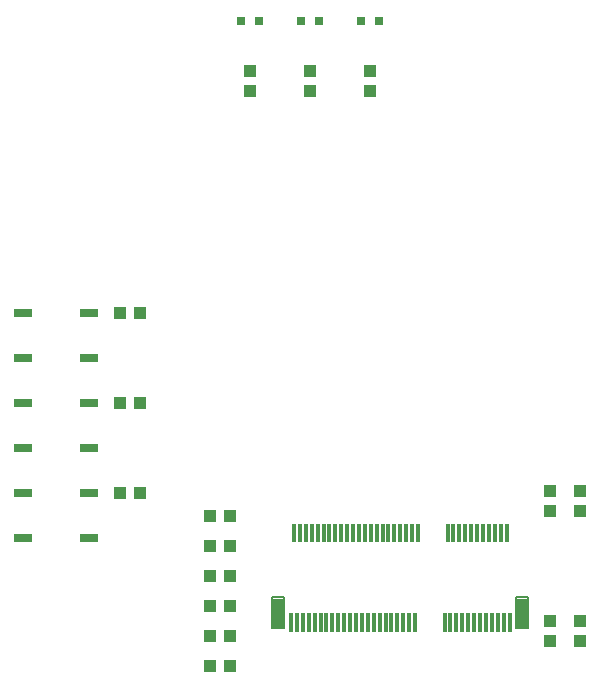
<source format=gbr>
G04 EAGLE Gerber RS-274X export*
G75*
%MOMM*%
%FSLAX34Y34*%
%LPD*%
%INSolderpaste Top*%
%IPPOS*%
%AMOC8*
5,1,8,0,0,1.08239X$1,22.5*%
G01*
%ADD10R,0.800000X0.800000*%
%ADD11R,1.000000X1.100000*%
%ADD12R,1.100000X1.000000*%
%ADD13R,1.524000X0.762000*%
%ADD14C,0.045000*%
%ADD15C,0.180000*%


D10*
X236100Y635000D03*
X221100Y635000D03*
X337700Y635000D03*
X322700Y635000D03*
D11*
X228600Y575700D03*
X228600Y592700D03*
X330200Y575700D03*
X330200Y592700D03*
D12*
X194700Y215900D03*
X211700Y215900D03*
D11*
X482600Y220100D03*
X482600Y237100D03*
X482600Y110118D03*
X482600Y127118D03*
X508000Y110118D03*
X508000Y127118D03*
X508000Y220100D03*
X508000Y237100D03*
D13*
X92710Y349250D03*
X36830Y349250D03*
X92710Y387350D03*
X36830Y387350D03*
X92710Y273050D03*
X36830Y273050D03*
X92710Y311150D03*
X36830Y311150D03*
X92710Y196850D03*
X36830Y196850D03*
X92710Y234950D03*
X36830Y234950D03*
D12*
X118500Y311150D03*
X135500Y311150D03*
X118500Y234950D03*
X135500Y234950D03*
X118754Y387350D03*
X135754Y387350D03*
D14*
X419325Y209125D02*
X419325Y194075D01*
X419325Y209125D02*
X421875Y209125D01*
X421875Y194075D01*
X419325Y194075D01*
X419325Y194502D02*
X421875Y194502D01*
X421875Y194929D02*
X419325Y194929D01*
X419325Y195356D02*
X421875Y195356D01*
X421875Y195783D02*
X419325Y195783D01*
X419325Y196210D02*
X421875Y196210D01*
X421875Y196637D02*
X419325Y196637D01*
X419325Y197064D02*
X421875Y197064D01*
X421875Y197491D02*
X419325Y197491D01*
X419325Y197918D02*
X421875Y197918D01*
X421875Y198345D02*
X419325Y198345D01*
X419325Y198772D02*
X421875Y198772D01*
X421875Y199199D02*
X419325Y199199D01*
X419325Y199626D02*
X421875Y199626D01*
X421875Y200053D02*
X419325Y200053D01*
X419325Y200480D02*
X421875Y200480D01*
X421875Y200907D02*
X419325Y200907D01*
X419325Y201334D02*
X421875Y201334D01*
X421875Y201761D02*
X419325Y201761D01*
X419325Y202188D02*
X421875Y202188D01*
X421875Y202615D02*
X419325Y202615D01*
X419325Y203042D02*
X421875Y203042D01*
X421875Y203469D02*
X419325Y203469D01*
X419325Y203896D02*
X421875Y203896D01*
X421875Y204323D02*
X419325Y204323D01*
X419325Y204750D02*
X421875Y204750D01*
X421875Y205177D02*
X419325Y205177D01*
X419325Y205604D02*
X421875Y205604D01*
X421875Y206031D02*
X419325Y206031D01*
X419325Y206458D02*
X421875Y206458D01*
X421875Y206885D02*
X419325Y206885D01*
X419325Y207312D02*
X421875Y207312D01*
X421875Y207739D02*
X419325Y207739D01*
X419325Y208166D02*
X421875Y208166D01*
X421875Y208593D02*
X419325Y208593D01*
X419325Y209020D02*
X421875Y209020D01*
X424325Y209125D02*
X424325Y194075D01*
X424325Y209125D02*
X426875Y209125D01*
X426875Y194075D01*
X424325Y194075D01*
X424325Y194502D02*
X426875Y194502D01*
X426875Y194929D02*
X424325Y194929D01*
X424325Y195356D02*
X426875Y195356D01*
X426875Y195783D02*
X424325Y195783D01*
X424325Y196210D02*
X426875Y196210D01*
X426875Y196637D02*
X424325Y196637D01*
X424325Y197064D02*
X426875Y197064D01*
X426875Y197491D02*
X424325Y197491D01*
X424325Y197918D02*
X426875Y197918D01*
X426875Y198345D02*
X424325Y198345D01*
X424325Y198772D02*
X426875Y198772D01*
X426875Y199199D02*
X424325Y199199D01*
X424325Y199626D02*
X426875Y199626D01*
X426875Y200053D02*
X424325Y200053D01*
X424325Y200480D02*
X426875Y200480D01*
X426875Y200907D02*
X424325Y200907D01*
X424325Y201334D02*
X426875Y201334D01*
X426875Y201761D02*
X424325Y201761D01*
X424325Y202188D02*
X426875Y202188D01*
X426875Y202615D02*
X424325Y202615D01*
X424325Y203042D02*
X426875Y203042D01*
X426875Y203469D02*
X424325Y203469D01*
X424325Y203896D02*
X426875Y203896D01*
X426875Y204323D02*
X424325Y204323D01*
X424325Y204750D02*
X426875Y204750D01*
X426875Y205177D02*
X424325Y205177D01*
X424325Y205604D02*
X426875Y205604D01*
X426875Y206031D02*
X424325Y206031D01*
X424325Y206458D02*
X426875Y206458D01*
X426875Y206885D02*
X424325Y206885D01*
X424325Y207312D02*
X426875Y207312D01*
X426875Y207739D02*
X424325Y207739D01*
X424325Y208166D02*
X426875Y208166D01*
X426875Y208593D02*
X424325Y208593D01*
X424325Y209020D02*
X426875Y209020D01*
X429325Y209125D02*
X429325Y194075D01*
X429325Y209125D02*
X431875Y209125D01*
X431875Y194075D01*
X429325Y194075D01*
X429325Y194502D02*
X431875Y194502D01*
X431875Y194929D02*
X429325Y194929D01*
X429325Y195356D02*
X431875Y195356D01*
X431875Y195783D02*
X429325Y195783D01*
X429325Y196210D02*
X431875Y196210D01*
X431875Y196637D02*
X429325Y196637D01*
X429325Y197064D02*
X431875Y197064D01*
X431875Y197491D02*
X429325Y197491D01*
X429325Y197918D02*
X431875Y197918D01*
X431875Y198345D02*
X429325Y198345D01*
X429325Y198772D02*
X431875Y198772D01*
X431875Y199199D02*
X429325Y199199D01*
X429325Y199626D02*
X431875Y199626D01*
X431875Y200053D02*
X429325Y200053D01*
X429325Y200480D02*
X431875Y200480D01*
X431875Y200907D02*
X429325Y200907D01*
X429325Y201334D02*
X431875Y201334D01*
X431875Y201761D02*
X429325Y201761D01*
X429325Y202188D02*
X431875Y202188D01*
X431875Y202615D02*
X429325Y202615D01*
X429325Y203042D02*
X431875Y203042D01*
X431875Y203469D02*
X429325Y203469D01*
X429325Y203896D02*
X431875Y203896D01*
X431875Y204323D02*
X429325Y204323D01*
X429325Y204750D02*
X431875Y204750D01*
X431875Y205177D02*
X429325Y205177D01*
X429325Y205604D02*
X431875Y205604D01*
X431875Y206031D02*
X429325Y206031D01*
X429325Y206458D02*
X431875Y206458D01*
X431875Y206885D02*
X429325Y206885D01*
X429325Y207312D02*
X431875Y207312D01*
X431875Y207739D02*
X429325Y207739D01*
X429325Y208166D02*
X431875Y208166D01*
X431875Y208593D02*
X429325Y208593D01*
X429325Y209020D02*
X431875Y209020D01*
X434325Y209125D02*
X434325Y194075D01*
X434325Y209125D02*
X436875Y209125D01*
X436875Y194075D01*
X434325Y194075D01*
X434325Y194502D02*
X436875Y194502D01*
X436875Y194929D02*
X434325Y194929D01*
X434325Y195356D02*
X436875Y195356D01*
X436875Y195783D02*
X434325Y195783D01*
X434325Y196210D02*
X436875Y196210D01*
X436875Y196637D02*
X434325Y196637D01*
X434325Y197064D02*
X436875Y197064D01*
X436875Y197491D02*
X434325Y197491D01*
X434325Y197918D02*
X436875Y197918D01*
X436875Y198345D02*
X434325Y198345D01*
X434325Y198772D02*
X436875Y198772D01*
X436875Y199199D02*
X434325Y199199D01*
X434325Y199626D02*
X436875Y199626D01*
X436875Y200053D02*
X434325Y200053D01*
X434325Y200480D02*
X436875Y200480D01*
X436875Y200907D02*
X434325Y200907D01*
X434325Y201334D02*
X436875Y201334D01*
X436875Y201761D02*
X434325Y201761D01*
X434325Y202188D02*
X436875Y202188D01*
X436875Y202615D02*
X434325Y202615D01*
X434325Y203042D02*
X436875Y203042D01*
X436875Y203469D02*
X434325Y203469D01*
X434325Y203896D02*
X436875Y203896D01*
X436875Y204323D02*
X434325Y204323D01*
X434325Y204750D02*
X436875Y204750D01*
X436875Y205177D02*
X434325Y205177D01*
X434325Y205604D02*
X436875Y205604D01*
X436875Y206031D02*
X434325Y206031D01*
X434325Y206458D02*
X436875Y206458D01*
X436875Y206885D02*
X434325Y206885D01*
X434325Y207312D02*
X436875Y207312D01*
X436875Y207739D02*
X434325Y207739D01*
X434325Y208166D02*
X436875Y208166D01*
X436875Y208593D02*
X434325Y208593D01*
X434325Y209020D02*
X436875Y209020D01*
X439325Y209125D02*
X439325Y194075D01*
X439325Y209125D02*
X441875Y209125D01*
X441875Y194075D01*
X439325Y194075D01*
X439325Y194502D02*
X441875Y194502D01*
X441875Y194929D02*
X439325Y194929D01*
X439325Y195356D02*
X441875Y195356D01*
X441875Y195783D02*
X439325Y195783D01*
X439325Y196210D02*
X441875Y196210D01*
X441875Y196637D02*
X439325Y196637D01*
X439325Y197064D02*
X441875Y197064D01*
X441875Y197491D02*
X439325Y197491D01*
X439325Y197918D02*
X441875Y197918D01*
X441875Y198345D02*
X439325Y198345D01*
X439325Y198772D02*
X441875Y198772D01*
X441875Y199199D02*
X439325Y199199D01*
X439325Y199626D02*
X441875Y199626D01*
X441875Y200053D02*
X439325Y200053D01*
X439325Y200480D02*
X441875Y200480D01*
X441875Y200907D02*
X439325Y200907D01*
X439325Y201334D02*
X441875Y201334D01*
X441875Y201761D02*
X439325Y201761D01*
X439325Y202188D02*
X441875Y202188D01*
X441875Y202615D02*
X439325Y202615D01*
X439325Y203042D02*
X441875Y203042D01*
X441875Y203469D02*
X439325Y203469D01*
X439325Y203896D02*
X441875Y203896D01*
X441875Y204323D02*
X439325Y204323D01*
X439325Y204750D02*
X441875Y204750D01*
X441875Y205177D02*
X439325Y205177D01*
X439325Y205604D02*
X441875Y205604D01*
X441875Y206031D02*
X439325Y206031D01*
X439325Y206458D02*
X441875Y206458D01*
X441875Y206885D02*
X439325Y206885D01*
X439325Y207312D02*
X441875Y207312D01*
X441875Y207739D02*
X439325Y207739D01*
X439325Y208166D02*
X441875Y208166D01*
X441875Y208593D02*
X439325Y208593D01*
X439325Y209020D02*
X441875Y209020D01*
X444325Y209125D02*
X444325Y194075D01*
X444325Y209125D02*
X446875Y209125D01*
X446875Y194075D01*
X444325Y194075D01*
X444325Y194502D02*
X446875Y194502D01*
X446875Y194929D02*
X444325Y194929D01*
X444325Y195356D02*
X446875Y195356D01*
X446875Y195783D02*
X444325Y195783D01*
X444325Y196210D02*
X446875Y196210D01*
X446875Y196637D02*
X444325Y196637D01*
X444325Y197064D02*
X446875Y197064D01*
X446875Y197491D02*
X444325Y197491D01*
X444325Y197918D02*
X446875Y197918D01*
X446875Y198345D02*
X444325Y198345D01*
X444325Y198772D02*
X446875Y198772D01*
X446875Y199199D02*
X444325Y199199D01*
X444325Y199626D02*
X446875Y199626D01*
X446875Y200053D02*
X444325Y200053D01*
X444325Y200480D02*
X446875Y200480D01*
X446875Y200907D02*
X444325Y200907D01*
X444325Y201334D02*
X446875Y201334D01*
X446875Y201761D02*
X444325Y201761D01*
X444325Y202188D02*
X446875Y202188D01*
X446875Y202615D02*
X444325Y202615D01*
X444325Y203042D02*
X446875Y203042D01*
X446875Y203469D02*
X444325Y203469D01*
X444325Y203896D02*
X446875Y203896D01*
X446875Y204323D02*
X444325Y204323D01*
X444325Y204750D02*
X446875Y204750D01*
X446875Y205177D02*
X444325Y205177D01*
X444325Y205604D02*
X446875Y205604D01*
X446875Y206031D02*
X444325Y206031D01*
X444325Y206458D02*
X446875Y206458D01*
X446875Y206885D02*
X444325Y206885D01*
X444325Y207312D02*
X446875Y207312D01*
X446875Y207739D02*
X444325Y207739D01*
X444325Y208166D02*
X446875Y208166D01*
X446875Y208593D02*
X444325Y208593D01*
X444325Y209020D02*
X446875Y209020D01*
X446825Y133625D02*
X446825Y118575D01*
X446825Y133625D02*
X449375Y133625D01*
X449375Y118575D01*
X446825Y118575D01*
X446825Y119002D02*
X449375Y119002D01*
X449375Y119429D02*
X446825Y119429D01*
X446825Y119856D02*
X449375Y119856D01*
X449375Y120283D02*
X446825Y120283D01*
X446825Y120710D02*
X449375Y120710D01*
X449375Y121137D02*
X446825Y121137D01*
X446825Y121564D02*
X449375Y121564D01*
X449375Y121991D02*
X446825Y121991D01*
X446825Y122418D02*
X449375Y122418D01*
X449375Y122845D02*
X446825Y122845D01*
X446825Y123272D02*
X449375Y123272D01*
X449375Y123699D02*
X446825Y123699D01*
X446825Y124126D02*
X449375Y124126D01*
X449375Y124553D02*
X446825Y124553D01*
X446825Y124980D02*
X449375Y124980D01*
X449375Y125407D02*
X446825Y125407D01*
X446825Y125834D02*
X449375Y125834D01*
X449375Y126261D02*
X446825Y126261D01*
X446825Y126688D02*
X449375Y126688D01*
X449375Y127115D02*
X446825Y127115D01*
X446825Y127542D02*
X449375Y127542D01*
X449375Y127969D02*
X446825Y127969D01*
X446825Y128396D02*
X449375Y128396D01*
X449375Y128823D02*
X446825Y128823D01*
X446825Y129250D02*
X449375Y129250D01*
X449375Y129677D02*
X446825Y129677D01*
X446825Y130104D02*
X449375Y130104D01*
X449375Y130531D02*
X446825Y130531D01*
X446825Y130958D02*
X449375Y130958D01*
X449375Y131385D02*
X446825Y131385D01*
X446825Y131812D02*
X449375Y131812D01*
X449375Y132239D02*
X446825Y132239D01*
X446825Y132666D02*
X449375Y132666D01*
X449375Y133093D02*
X446825Y133093D01*
X446825Y133520D02*
X449375Y133520D01*
X441825Y133625D02*
X441825Y118575D01*
X441825Y133625D02*
X444375Y133625D01*
X444375Y118575D01*
X441825Y118575D01*
X441825Y119002D02*
X444375Y119002D01*
X444375Y119429D02*
X441825Y119429D01*
X441825Y119856D02*
X444375Y119856D01*
X444375Y120283D02*
X441825Y120283D01*
X441825Y120710D02*
X444375Y120710D01*
X444375Y121137D02*
X441825Y121137D01*
X441825Y121564D02*
X444375Y121564D01*
X444375Y121991D02*
X441825Y121991D01*
X441825Y122418D02*
X444375Y122418D01*
X444375Y122845D02*
X441825Y122845D01*
X441825Y123272D02*
X444375Y123272D01*
X444375Y123699D02*
X441825Y123699D01*
X441825Y124126D02*
X444375Y124126D01*
X444375Y124553D02*
X441825Y124553D01*
X441825Y124980D02*
X444375Y124980D01*
X444375Y125407D02*
X441825Y125407D01*
X441825Y125834D02*
X444375Y125834D01*
X444375Y126261D02*
X441825Y126261D01*
X441825Y126688D02*
X444375Y126688D01*
X444375Y127115D02*
X441825Y127115D01*
X441825Y127542D02*
X444375Y127542D01*
X444375Y127969D02*
X441825Y127969D01*
X441825Y128396D02*
X444375Y128396D01*
X444375Y128823D02*
X441825Y128823D01*
X441825Y129250D02*
X444375Y129250D01*
X444375Y129677D02*
X441825Y129677D01*
X441825Y130104D02*
X444375Y130104D01*
X444375Y130531D02*
X441825Y130531D01*
X441825Y130958D02*
X444375Y130958D01*
X444375Y131385D02*
X441825Y131385D01*
X441825Y131812D02*
X444375Y131812D01*
X444375Y132239D02*
X441825Y132239D01*
X441825Y132666D02*
X444375Y132666D01*
X444375Y133093D02*
X441825Y133093D01*
X441825Y133520D02*
X444375Y133520D01*
X436825Y133625D02*
X436825Y118575D01*
X436825Y133625D02*
X439375Y133625D01*
X439375Y118575D01*
X436825Y118575D01*
X436825Y119002D02*
X439375Y119002D01*
X439375Y119429D02*
X436825Y119429D01*
X436825Y119856D02*
X439375Y119856D01*
X439375Y120283D02*
X436825Y120283D01*
X436825Y120710D02*
X439375Y120710D01*
X439375Y121137D02*
X436825Y121137D01*
X436825Y121564D02*
X439375Y121564D01*
X439375Y121991D02*
X436825Y121991D01*
X436825Y122418D02*
X439375Y122418D01*
X439375Y122845D02*
X436825Y122845D01*
X436825Y123272D02*
X439375Y123272D01*
X439375Y123699D02*
X436825Y123699D01*
X436825Y124126D02*
X439375Y124126D01*
X439375Y124553D02*
X436825Y124553D01*
X436825Y124980D02*
X439375Y124980D01*
X439375Y125407D02*
X436825Y125407D01*
X436825Y125834D02*
X439375Y125834D01*
X439375Y126261D02*
X436825Y126261D01*
X436825Y126688D02*
X439375Y126688D01*
X439375Y127115D02*
X436825Y127115D01*
X436825Y127542D02*
X439375Y127542D01*
X439375Y127969D02*
X436825Y127969D01*
X436825Y128396D02*
X439375Y128396D01*
X439375Y128823D02*
X436825Y128823D01*
X436825Y129250D02*
X439375Y129250D01*
X439375Y129677D02*
X436825Y129677D01*
X436825Y130104D02*
X439375Y130104D01*
X439375Y130531D02*
X436825Y130531D01*
X436825Y130958D02*
X439375Y130958D01*
X439375Y131385D02*
X436825Y131385D01*
X436825Y131812D02*
X439375Y131812D01*
X439375Y132239D02*
X436825Y132239D01*
X436825Y132666D02*
X439375Y132666D01*
X439375Y133093D02*
X436825Y133093D01*
X436825Y133520D02*
X439375Y133520D01*
X431825Y133625D02*
X431825Y118575D01*
X431825Y133625D02*
X434375Y133625D01*
X434375Y118575D01*
X431825Y118575D01*
X431825Y119002D02*
X434375Y119002D01*
X434375Y119429D02*
X431825Y119429D01*
X431825Y119856D02*
X434375Y119856D01*
X434375Y120283D02*
X431825Y120283D01*
X431825Y120710D02*
X434375Y120710D01*
X434375Y121137D02*
X431825Y121137D01*
X431825Y121564D02*
X434375Y121564D01*
X434375Y121991D02*
X431825Y121991D01*
X431825Y122418D02*
X434375Y122418D01*
X434375Y122845D02*
X431825Y122845D01*
X431825Y123272D02*
X434375Y123272D01*
X434375Y123699D02*
X431825Y123699D01*
X431825Y124126D02*
X434375Y124126D01*
X434375Y124553D02*
X431825Y124553D01*
X431825Y124980D02*
X434375Y124980D01*
X434375Y125407D02*
X431825Y125407D01*
X431825Y125834D02*
X434375Y125834D01*
X434375Y126261D02*
X431825Y126261D01*
X431825Y126688D02*
X434375Y126688D01*
X434375Y127115D02*
X431825Y127115D01*
X431825Y127542D02*
X434375Y127542D01*
X434375Y127969D02*
X431825Y127969D01*
X431825Y128396D02*
X434375Y128396D01*
X434375Y128823D02*
X431825Y128823D01*
X431825Y129250D02*
X434375Y129250D01*
X434375Y129677D02*
X431825Y129677D01*
X431825Y130104D02*
X434375Y130104D01*
X434375Y130531D02*
X431825Y130531D01*
X431825Y130958D02*
X434375Y130958D01*
X434375Y131385D02*
X431825Y131385D01*
X431825Y131812D02*
X434375Y131812D01*
X434375Y132239D02*
X431825Y132239D01*
X431825Y132666D02*
X434375Y132666D01*
X434375Y133093D02*
X431825Y133093D01*
X431825Y133520D02*
X434375Y133520D01*
X426825Y133625D02*
X426825Y118575D01*
X426825Y133625D02*
X429375Y133625D01*
X429375Y118575D01*
X426825Y118575D01*
X426825Y119002D02*
X429375Y119002D01*
X429375Y119429D02*
X426825Y119429D01*
X426825Y119856D02*
X429375Y119856D01*
X429375Y120283D02*
X426825Y120283D01*
X426825Y120710D02*
X429375Y120710D01*
X429375Y121137D02*
X426825Y121137D01*
X426825Y121564D02*
X429375Y121564D01*
X429375Y121991D02*
X426825Y121991D01*
X426825Y122418D02*
X429375Y122418D01*
X429375Y122845D02*
X426825Y122845D01*
X426825Y123272D02*
X429375Y123272D01*
X429375Y123699D02*
X426825Y123699D01*
X426825Y124126D02*
X429375Y124126D01*
X429375Y124553D02*
X426825Y124553D01*
X426825Y124980D02*
X429375Y124980D01*
X429375Y125407D02*
X426825Y125407D01*
X426825Y125834D02*
X429375Y125834D01*
X429375Y126261D02*
X426825Y126261D01*
X426825Y126688D02*
X429375Y126688D01*
X429375Y127115D02*
X426825Y127115D01*
X426825Y127542D02*
X429375Y127542D01*
X429375Y127969D02*
X426825Y127969D01*
X426825Y128396D02*
X429375Y128396D01*
X429375Y128823D02*
X426825Y128823D01*
X426825Y129250D02*
X429375Y129250D01*
X429375Y129677D02*
X426825Y129677D01*
X426825Y130104D02*
X429375Y130104D01*
X429375Y130531D02*
X426825Y130531D01*
X426825Y130958D02*
X429375Y130958D01*
X429375Y131385D02*
X426825Y131385D01*
X426825Y131812D02*
X429375Y131812D01*
X429375Y132239D02*
X426825Y132239D01*
X426825Y132666D02*
X429375Y132666D01*
X429375Y133093D02*
X426825Y133093D01*
X426825Y133520D02*
X429375Y133520D01*
X421825Y133625D02*
X421825Y118575D01*
X421825Y133625D02*
X424375Y133625D01*
X424375Y118575D01*
X421825Y118575D01*
X421825Y119002D02*
X424375Y119002D01*
X424375Y119429D02*
X421825Y119429D01*
X421825Y119856D02*
X424375Y119856D01*
X424375Y120283D02*
X421825Y120283D01*
X421825Y120710D02*
X424375Y120710D01*
X424375Y121137D02*
X421825Y121137D01*
X421825Y121564D02*
X424375Y121564D01*
X424375Y121991D02*
X421825Y121991D01*
X421825Y122418D02*
X424375Y122418D01*
X424375Y122845D02*
X421825Y122845D01*
X421825Y123272D02*
X424375Y123272D01*
X424375Y123699D02*
X421825Y123699D01*
X421825Y124126D02*
X424375Y124126D01*
X424375Y124553D02*
X421825Y124553D01*
X421825Y124980D02*
X424375Y124980D01*
X424375Y125407D02*
X421825Y125407D01*
X421825Y125834D02*
X424375Y125834D01*
X424375Y126261D02*
X421825Y126261D01*
X421825Y126688D02*
X424375Y126688D01*
X424375Y127115D02*
X421825Y127115D01*
X421825Y127542D02*
X424375Y127542D01*
X424375Y127969D02*
X421825Y127969D01*
X421825Y128396D02*
X424375Y128396D01*
X424375Y128823D02*
X421825Y128823D01*
X421825Y129250D02*
X424375Y129250D01*
X424375Y129677D02*
X421825Y129677D01*
X421825Y130104D02*
X424375Y130104D01*
X424375Y130531D02*
X421825Y130531D01*
X421825Y130958D02*
X424375Y130958D01*
X424375Y131385D02*
X421825Y131385D01*
X421825Y131812D02*
X424375Y131812D01*
X424375Y132239D02*
X421825Y132239D01*
X421825Y132666D02*
X424375Y132666D01*
X424375Y133093D02*
X421825Y133093D01*
X421825Y133520D02*
X424375Y133520D01*
X416825Y133625D02*
X416825Y118575D01*
X416825Y133625D02*
X419375Y133625D01*
X419375Y118575D01*
X416825Y118575D01*
X416825Y119002D02*
X419375Y119002D01*
X419375Y119429D02*
X416825Y119429D01*
X416825Y119856D02*
X419375Y119856D01*
X419375Y120283D02*
X416825Y120283D01*
X416825Y120710D02*
X419375Y120710D01*
X419375Y121137D02*
X416825Y121137D01*
X416825Y121564D02*
X419375Y121564D01*
X419375Y121991D02*
X416825Y121991D01*
X416825Y122418D02*
X419375Y122418D01*
X419375Y122845D02*
X416825Y122845D01*
X416825Y123272D02*
X419375Y123272D01*
X419375Y123699D02*
X416825Y123699D01*
X416825Y124126D02*
X419375Y124126D01*
X419375Y124553D02*
X416825Y124553D01*
X416825Y124980D02*
X419375Y124980D01*
X419375Y125407D02*
X416825Y125407D01*
X416825Y125834D02*
X419375Y125834D01*
X419375Y126261D02*
X416825Y126261D01*
X416825Y126688D02*
X419375Y126688D01*
X419375Y127115D02*
X416825Y127115D01*
X416825Y127542D02*
X419375Y127542D01*
X419375Y127969D02*
X416825Y127969D01*
X416825Y128396D02*
X419375Y128396D01*
X419375Y128823D02*
X416825Y128823D01*
X416825Y129250D02*
X419375Y129250D01*
X419375Y129677D02*
X416825Y129677D01*
X416825Y130104D02*
X419375Y130104D01*
X419375Y130531D02*
X416825Y130531D01*
X416825Y130958D02*
X419375Y130958D01*
X419375Y131385D02*
X416825Y131385D01*
X416825Y131812D02*
X419375Y131812D01*
X419375Y132239D02*
X416825Y132239D01*
X416825Y132666D02*
X419375Y132666D01*
X419375Y133093D02*
X416825Y133093D01*
X416825Y133520D02*
X419375Y133520D01*
D15*
X454000Y121000D02*
X454000Y146700D01*
X464200Y146700D01*
X464200Y121000D01*
X454000Y121000D01*
X454000Y122710D02*
X464200Y122710D01*
X464200Y124420D02*
X454000Y124420D01*
X454000Y126130D02*
X464200Y126130D01*
X464200Y127840D02*
X454000Y127840D01*
X454000Y129550D02*
X464200Y129550D01*
X464200Y131260D02*
X454000Y131260D01*
X454000Y132970D02*
X464200Y132970D01*
X464200Y134680D02*
X454000Y134680D01*
X454000Y136390D02*
X464200Y136390D01*
X464200Y138100D02*
X454000Y138100D01*
X454000Y139810D02*
X464200Y139810D01*
X464200Y141520D02*
X454000Y141520D01*
X454000Y143230D02*
X464200Y143230D01*
X464200Y144940D02*
X454000Y144940D01*
X454000Y146650D02*
X464200Y146650D01*
X247000Y146700D02*
X247000Y121000D01*
X247000Y146700D02*
X257200Y146700D01*
X257200Y121000D01*
X247000Y121000D01*
X247000Y122710D02*
X257200Y122710D01*
X257200Y124420D02*
X247000Y124420D01*
X247000Y126130D02*
X257200Y126130D01*
X257200Y127840D02*
X247000Y127840D01*
X247000Y129550D02*
X257200Y129550D01*
X257200Y131260D02*
X247000Y131260D01*
X247000Y132970D02*
X257200Y132970D01*
X257200Y134680D02*
X247000Y134680D01*
X247000Y136390D02*
X257200Y136390D01*
X257200Y138100D02*
X247000Y138100D01*
X247000Y139810D02*
X257200Y139810D01*
X257200Y141520D02*
X247000Y141520D01*
X247000Y143230D02*
X257200Y143230D01*
X257200Y144940D02*
X247000Y144940D01*
X247000Y146650D02*
X257200Y146650D01*
D14*
X414325Y194075D02*
X414325Y209125D01*
X416875Y209125D01*
X416875Y194075D01*
X414325Y194075D01*
X414325Y194502D02*
X416875Y194502D01*
X416875Y194929D02*
X414325Y194929D01*
X414325Y195356D02*
X416875Y195356D01*
X416875Y195783D02*
X414325Y195783D01*
X414325Y196210D02*
X416875Y196210D01*
X416875Y196637D02*
X414325Y196637D01*
X414325Y197064D02*
X416875Y197064D01*
X416875Y197491D02*
X414325Y197491D01*
X414325Y197918D02*
X416875Y197918D01*
X416875Y198345D02*
X414325Y198345D01*
X414325Y198772D02*
X416875Y198772D01*
X416875Y199199D02*
X414325Y199199D01*
X414325Y199626D02*
X416875Y199626D01*
X416875Y200053D02*
X414325Y200053D01*
X414325Y200480D02*
X416875Y200480D01*
X416875Y200907D02*
X414325Y200907D01*
X414325Y201334D02*
X416875Y201334D01*
X416875Y201761D02*
X414325Y201761D01*
X414325Y202188D02*
X416875Y202188D01*
X416875Y202615D02*
X414325Y202615D01*
X414325Y203042D02*
X416875Y203042D01*
X416875Y203469D02*
X414325Y203469D01*
X414325Y203896D02*
X416875Y203896D01*
X416875Y204323D02*
X414325Y204323D01*
X414325Y204750D02*
X416875Y204750D01*
X416875Y205177D02*
X414325Y205177D01*
X414325Y205604D02*
X416875Y205604D01*
X416875Y206031D02*
X414325Y206031D01*
X414325Y206458D02*
X416875Y206458D01*
X416875Y206885D02*
X414325Y206885D01*
X414325Y207312D02*
X416875Y207312D01*
X416875Y207739D02*
X414325Y207739D01*
X414325Y208166D02*
X416875Y208166D01*
X416875Y208593D02*
X414325Y208593D01*
X414325Y209020D02*
X416875Y209020D01*
X411825Y133625D02*
X411825Y118575D01*
X411825Y133625D02*
X414375Y133625D01*
X414375Y118575D01*
X411825Y118575D01*
X411825Y119002D02*
X414375Y119002D01*
X414375Y119429D02*
X411825Y119429D01*
X411825Y119856D02*
X414375Y119856D01*
X414375Y120283D02*
X411825Y120283D01*
X411825Y120710D02*
X414375Y120710D01*
X414375Y121137D02*
X411825Y121137D01*
X411825Y121564D02*
X414375Y121564D01*
X414375Y121991D02*
X411825Y121991D01*
X411825Y122418D02*
X414375Y122418D01*
X414375Y122845D02*
X411825Y122845D01*
X411825Y123272D02*
X414375Y123272D01*
X414375Y123699D02*
X411825Y123699D01*
X411825Y124126D02*
X414375Y124126D01*
X414375Y124553D02*
X411825Y124553D01*
X411825Y124980D02*
X414375Y124980D01*
X414375Y125407D02*
X411825Y125407D01*
X411825Y125834D02*
X414375Y125834D01*
X414375Y126261D02*
X411825Y126261D01*
X411825Y126688D02*
X414375Y126688D01*
X414375Y127115D02*
X411825Y127115D01*
X411825Y127542D02*
X414375Y127542D01*
X414375Y127969D02*
X411825Y127969D01*
X411825Y128396D02*
X414375Y128396D01*
X414375Y128823D02*
X411825Y128823D01*
X411825Y129250D02*
X414375Y129250D01*
X414375Y129677D02*
X411825Y129677D01*
X411825Y130104D02*
X414375Y130104D01*
X414375Y130531D02*
X411825Y130531D01*
X411825Y130958D02*
X414375Y130958D01*
X414375Y131385D02*
X411825Y131385D01*
X411825Y131812D02*
X414375Y131812D01*
X414375Y132239D02*
X411825Y132239D01*
X411825Y132666D02*
X414375Y132666D01*
X414375Y133093D02*
X411825Y133093D01*
X411825Y133520D02*
X414375Y133520D01*
X409325Y194075D02*
X409325Y209125D01*
X411875Y209125D01*
X411875Y194075D01*
X409325Y194075D01*
X409325Y194502D02*
X411875Y194502D01*
X411875Y194929D02*
X409325Y194929D01*
X409325Y195356D02*
X411875Y195356D01*
X411875Y195783D02*
X409325Y195783D01*
X409325Y196210D02*
X411875Y196210D01*
X411875Y196637D02*
X409325Y196637D01*
X409325Y197064D02*
X411875Y197064D01*
X411875Y197491D02*
X409325Y197491D01*
X409325Y197918D02*
X411875Y197918D01*
X411875Y198345D02*
X409325Y198345D01*
X409325Y198772D02*
X411875Y198772D01*
X411875Y199199D02*
X409325Y199199D01*
X409325Y199626D02*
X411875Y199626D01*
X411875Y200053D02*
X409325Y200053D01*
X409325Y200480D02*
X411875Y200480D01*
X411875Y200907D02*
X409325Y200907D01*
X409325Y201334D02*
X411875Y201334D01*
X411875Y201761D02*
X409325Y201761D01*
X409325Y202188D02*
X411875Y202188D01*
X411875Y202615D02*
X409325Y202615D01*
X409325Y203042D02*
X411875Y203042D01*
X411875Y203469D02*
X409325Y203469D01*
X409325Y203896D02*
X411875Y203896D01*
X411875Y204323D02*
X409325Y204323D01*
X409325Y204750D02*
X411875Y204750D01*
X411875Y205177D02*
X409325Y205177D01*
X409325Y205604D02*
X411875Y205604D01*
X411875Y206031D02*
X409325Y206031D01*
X409325Y206458D02*
X411875Y206458D01*
X411875Y206885D02*
X409325Y206885D01*
X409325Y207312D02*
X411875Y207312D01*
X411875Y207739D02*
X409325Y207739D01*
X409325Y208166D02*
X411875Y208166D01*
X411875Y208593D02*
X409325Y208593D01*
X409325Y209020D02*
X411875Y209020D01*
X406825Y133625D02*
X406825Y118575D01*
X406825Y133625D02*
X409375Y133625D01*
X409375Y118575D01*
X406825Y118575D01*
X406825Y119002D02*
X409375Y119002D01*
X409375Y119429D02*
X406825Y119429D01*
X406825Y119856D02*
X409375Y119856D01*
X409375Y120283D02*
X406825Y120283D01*
X406825Y120710D02*
X409375Y120710D01*
X409375Y121137D02*
X406825Y121137D01*
X406825Y121564D02*
X409375Y121564D01*
X409375Y121991D02*
X406825Y121991D01*
X406825Y122418D02*
X409375Y122418D01*
X409375Y122845D02*
X406825Y122845D01*
X406825Y123272D02*
X409375Y123272D01*
X409375Y123699D02*
X406825Y123699D01*
X406825Y124126D02*
X409375Y124126D01*
X409375Y124553D02*
X406825Y124553D01*
X406825Y124980D02*
X409375Y124980D01*
X409375Y125407D02*
X406825Y125407D01*
X406825Y125834D02*
X409375Y125834D01*
X409375Y126261D02*
X406825Y126261D01*
X406825Y126688D02*
X409375Y126688D01*
X409375Y127115D02*
X406825Y127115D01*
X406825Y127542D02*
X409375Y127542D01*
X409375Y127969D02*
X406825Y127969D01*
X406825Y128396D02*
X409375Y128396D01*
X409375Y128823D02*
X406825Y128823D01*
X406825Y129250D02*
X409375Y129250D01*
X409375Y129677D02*
X406825Y129677D01*
X406825Y130104D02*
X409375Y130104D01*
X409375Y130531D02*
X406825Y130531D01*
X406825Y130958D02*
X409375Y130958D01*
X409375Y131385D02*
X406825Y131385D01*
X406825Y131812D02*
X409375Y131812D01*
X409375Y132239D02*
X406825Y132239D01*
X406825Y132666D02*
X409375Y132666D01*
X409375Y133093D02*
X406825Y133093D01*
X406825Y133520D02*
X409375Y133520D01*
X404325Y194075D02*
X404325Y209125D01*
X406875Y209125D01*
X406875Y194075D01*
X404325Y194075D01*
X404325Y194502D02*
X406875Y194502D01*
X406875Y194929D02*
X404325Y194929D01*
X404325Y195356D02*
X406875Y195356D01*
X406875Y195783D02*
X404325Y195783D01*
X404325Y196210D02*
X406875Y196210D01*
X406875Y196637D02*
X404325Y196637D01*
X404325Y197064D02*
X406875Y197064D01*
X406875Y197491D02*
X404325Y197491D01*
X404325Y197918D02*
X406875Y197918D01*
X406875Y198345D02*
X404325Y198345D01*
X404325Y198772D02*
X406875Y198772D01*
X406875Y199199D02*
X404325Y199199D01*
X404325Y199626D02*
X406875Y199626D01*
X406875Y200053D02*
X404325Y200053D01*
X404325Y200480D02*
X406875Y200480D01*
X406875Y200907D02*
X404325Y200907D01*
X404325Y201334D02*
X406875Y201334D01*
X406875Y201761D02*
X404325Y201761D01*
X404325Y202188D02*
X406875Y202188D01*
X406875Y202615D02*
X404325Y202615D01*
X404325Y203042D02*
X406875Y203042D01*
X406875Y203469D02*
X404325Y203469D01*
X404325Y203896D02*
X406875Y203896D01*
X406875Y204323D02*
X404325Y204323D01*
X404325Y204750D02*
X406875Y204750D01*
X406875Y205177D02*
X404325Y205177D01*
X404325Y205604D02*
X406875Y205604D01*
X406875Y206031D02*
X404325Y206031D01*
X404325Y206458D02*
X406875Y206458D01*
X406875Y206885D02*
X404325Y206885D01*
X404325Y207312D02*
X406875Y207312D01*
X406875Y207739D02*
X404325Y207739D01*
X404325Y208166D02*
X406875Y208166D01*
X406875Y208593D02*
X404325Y208593D01*
X404325Y209020D02*
X406875Y209020D01*
X401825Y133625D02*
X401825Y118575D01*
X401825Y133625D02*
X404375Y133625D01*
X404375Y118575D01*
X401825Y118575D01*
X401825Y119002D02*
X404375Y119002D01*
X404375Y119429D02*
X401825Y119429D01*
X401825Y119856D02*
X404375Y119856D01*
X404375Y120283D02*
X401825Y120283D01*
X401825Y120710D02*
X404375Y120710D01*
X404375Y121137D02*
X401825Y121137D01*
X401825Y121564D02*
X404375Y121564D01*
X404375Y121991D02*
X401825Y121991D01*
X401825Y122418D02*
X404375Y122418D01*
X404375Y122845D02*
X401825Y122845D01*
X401825Y123272D02*
X404375Y123272D01*
X404375Y123699D02*
X401825Y123699D01*
X401825Y124126D02*
X404375Y124126D01*
X404375Y124553D02*
X401825Y124553D01*
X401825Y124980D02*
X404375Y124980D01*
X404375Y125407D02*
X401825Y125407D01*
X401825Y125834D02*
X404375Y125834D01*
X404375Y126261D02*
X401825Y126261D01*
X401825Y126688D02*
X404375Y126688D01*
X404375Y127115D02*
X401825Y127115D01*
X401825Y127542D02*
X404375Y127542D01*
X404375Y127969D02*
X401825Y127969D01*
X401825Y128396D02*
X404375Y128396D01*
X404375Y128823D02*
X401825Y128823D01*
X401825Y129250D02*
X404375Y129250D01*
X404375Y129677D02*
X401825Y129677D01*
X401825Y130104D02*
X404375Y130104D01*
X404375Y130531D02*
X401825Y130531D01*
X401825Y130958D02*
X404375Y130958D01*
X404375Y131385D02*
X401825Y131385D01*
X401825Y131812D02*
X404375Y131812D01*
X404375Y132239D02*
X401825Y132239D01*
X401825Y132666D02*
X404375Y132666D01*
X404375Y133093D02*
X401825Y133093D01*
X401825Y133520D02*
X404375Y133520D01*
X399325Y194075D02*
X399325Y209125D01*
X401875Y209125D01*
X401875Y194075D01*
X399325Y194075D01*
X399325Y194502D02*
X401875Y194502D01*
X401875Y194929D02*
X399325Y194929D01*
X399325Y195356D02*
X401875Y195356D01*
X401875Y195783D02*
X399325Y195783D01*
X399325Y196210D02*
X401875Y196210D01*
X401875Y196637D02*
X399325Y196637D01*
X399325Y197064D02*
X401875Y197064D01*
X401875Y197491D02*
X399325Y197491D01*
X399325Y197918D02*
X401875Y197918D01*
X401875Y198345D02*
X399325Y198345D01*
X399325Y198772D02*
X401875Y198772D01*
X401875Y199199D02*
X399325Y199199D01*
X399325Y199626D02*
X401875Y199626D01*
X401875Y200053D02*
X399325Y200053D01*
X399325Y200480D02*
X401875Y200480D01*
X401875Y200907D02*
X399325Y200907D01*
X399325Y201334D02*
X401875Y201334D01*
X401875Y201761D02*
X399325Y201761D01*
X399325Y202188D02*
X401875Y202188D01*
X401875Y202615D02*
X399325Y202615D01*
X399325Y203042D02*
X401875Y203042D01*
X401875Y203469D02*
X399325Y203469D01*
X399325Y203896D02*
X401875Y203896D01*
X401875Y204323D02*
X399325Y204323D01*
X399325Y204750D02*
X401875Y204750D01*
X401875Y205177D02*
X399325Y205177D01*
X399325Y205604D02*
X401875Y205604D01*
X401875Y206031D02*
X399325Y206031D01*
X399325Y206458D02*
X401875Y206458D01*
X401875Y206885D02*
X399325Y206885D01*
X399325Y207312D02*
X401875Y207312D01*
X401875Y207739D02*
X399325Y207739D01*
X399325Y208166D02*
X401875Y208166D01*
X401875Y208593D02*
X399325Y208593D01*
X399325Y209020D02*
X401875Y209020D01*
X396825Y133625D02*
X396825Y118575D01*
X396825Y133625D02*
X399375Y133625D01*
X399375Y118575D01*
X396825Y118575D01*
X396825Y119002D02*
X399375Y119002D01*
X399375Y119429D02*
X396825Y119429D01*
X396825Y119856D02*
X399375Y119856D01*
X399375Y120283D02*
X396825Y120283D01*
X396825Y120710D02*
X399375Y120710D01*
X399375Y121137D02*
X396825Y121137D01*
X396825Y121564D02*
X399375Y121564D01*
X399375Y121991D02*
X396825Y121991D01*
X396825Y122418D02*
X399375Y122418D01*
X399375Y122845D02*
X396825Y122845D01*
X396825Y123272D02*
X399375Y123272D01*
X399375Y123699D02*
X396825Y123699D01*
X396825Y124126D02*
X399375Y124126D01*
X399375Y124553D02*
X396825Y124553D01*
X396825Y124980D02*
X399375Y124980D01*
X399375Y125407D02*
X396825Y125407D01*
X396825Y125834D02*
X399375Y125834D01*
X399375Y126261D02*
X396825Y126261D01*
X396825Y126688D02*
X399375Y126688D01*
X399375Y127115D02*
X396825Y127115D01*
X396825Y127542D02*
X399375Y127542D01*
X399375Y127969D02*
X396825Y127969D01*
X396825Y128396D02*
X399375Y128396D01*
X399375Y128823D02*
X396825Y128823D01*
X396825Y129250D02*
X399375Y129250D01*
X399375Y129677D02*
X396825Y129677D01*
X396825Y130104D02*
X399375Y130104D01*
X399375Y130531D02*
X396825Y130531D01*
X396825Y130958D02*
X399375Y130958D01*
X399375Y131385D02*
X396825Y131385D01*
X396825Y131812D02*
X399375Y131812D01*
X399375Y132239D02*
X396825Y132239D01*
X396825Y132666D02*
X399375Y132666D01*
X399375Y133093D02*
X396825Y133093D01*
X396825Y133520D02*
X399375Y133520D01*
X394325Y194075D02*
X394325Y209125D01*
X396875Y209125D01*
X396875Y194075D01*
X394325Y194075D01*
X394325Y194502D02*
X396875Y194502D01*
X396875Y194929D02*
X394325Y194929D01*
X394325Y195356D02*
X396875Y195356D01*
X396875Y195783D02*
X394325Y195783D01*
X394325Y196210D02*
X396875Y196210D01*
X396875Y196637D02*
X394325Y196637D01*
X394325Y197064D02*
X396875Y197064D01*
X396875Y197491D02*
X394325Y197491D01*
X394325Y197918D02*
X396875Y197918D01*
X396875Y198345D02*
X394325Y198345D01*
X394325Y198772D02*
X396875Y198772D01*
X396875Y199199D02*
X394325Y199199D01*
X394325Y199626D02*
X396875Y199626D01*
X396875Y200053D02*
X394325Y200053D01*
X394325Y200480D02*
X396875Y200480D01*
X396875Y200907D02*
X394325Y200907D01*
X394325Y201334D02*
X396875Y201334D01*
X396875Y201761D02*
X394325Y201761D01*
X394325Y202188D02*
X396875Y202188D01*
X396875Y202615D02*
X394325Y202615D01*
X394325Y203042D02*
X396875Y203042D01*
X396875Y203469D02*
X394325Y203469D01*
X394325Y203896D02*
X396875Y203896D01*
X396875Y204323D02*
X394325Y204323D01*
X394325Y204750D02*
X396875Y204750D01*
X396875Y205177D02*
X394325Y205177D01*
X394325Y205604D02*
X396875Y205604D01*
X396875Y206031D02*
X394325Y206031D01*
X394325Y206458D02*
X396875Y206458D01*
X396875Y206885D02*
X394325Y206885D01*
X394325Y207312D02*
X396875Y207312D01*
X396875Y207739D02*
X394325Y207739D01*
X394325Y208166D02*
X396875Y208166D01*
X396875Y208593D02*
X394325Y208593D01*
X394325Y209020D02*
X396875Y209020D01*
X391825Y133625D02*
X391825Y118575D01*
X391825Y133625D02*
X394375Y133625D01*
X394375Y118575D01*
X391825Y118575D01*
X391825Y119002D02*
X394375Y119002D01*
X394375Y119429D02*
X391825Y119429D01*
X391825Y119856D02*
X394375Y119856D01*
X394375Y120283D02*
X391825Y120283D01*
X391825Y120710D02*
X394375Y120710D01*
X394375Y121137D02*
X391825Y121137D01*
X391825Y121564D02*
X394375Y121564D01*
X394375Y121991D02*
X391825Y121991D01*
X391825Y122418D02*
X394375Y122418D01*
X394375Y122845D02*
X391825Y122845D01*
X391825Y123272D02*
X394375Y123272D01*
X394375Y123699D02*
X391825Y123699D01*
X391825Y124126D02*
X394375Y124126D01*
X394375Y124553D02*
X391825Y124553D01*
X391825Y124980D02*
X394375Y124980D01*
X394375Y125407D02*
X391825Y125407D01*
X391825Y125834D02*
X394375Y125834D01*
X394375Y126261D02*
X391825Y126261D01*
X391825Y126688D02*
X394375Y126688D01*
X394375Y127115D02*
X391825Y127115D01*
X391825Y127542D02*
X394375Y127542D01*
X394375Y127969D02*
X391825Y127969D01*
X391825Y128396D02*
X394375Y128396D01*
X394375Y128823D02*
X391825Y128823D01*
X391825Y129250D02*
X394375Y129250D01*
X394375Y129677D02*
X391825Y129677D01*
X391825Y130104D02*
X394375Y130104D01*
X394375Y130531D02*
X391825Y130531D01*
X391825Y130958D02*
X394375Y130958D01*
X394375Y131385D02*
X391825Y131385D01*
X391825Y131812D02*
X394375Y131812D01*
X394375Y132239D02*
X391825Y132239D01*
X391825Y132666D02*
X394375Y132666D01*
X394375Y133093D02*
X391825Y133093D01*
X391825Y133520D02*
X394375Y133520D01*
X369325Y194075D02*
X369325Y209125D01*
X371875Y209125D01*
X371875Y194075D01*
X369325Y194075D01*
X369325Y194502D02*
X371875Y194502D01*
X371875Y194929D02*
X369325Y194929D01*
X369325Y195356D02*
X371875Y195356D01*
X371875Y195783D02*
X369325Y195783D01*
X369325Y196210D02*
X371875Y196210D01*
X371875Y196637D02*
X369325Y196637D01*
X369325Y197064D02*
X371875Y197064D01*
X371875Y197491D02*
X369325Y197491D01*
X369325Y197918D02*
X371875Y197918D01*
X371875Y198345D02*
X369325Y198345D01*
X369325Y198772D02*
X371875Y198772D01*
X371875Y199199D02*
X369325Y199199D01*
X369325Y199626D02*
X371875Y199626D01*
X371875Y200053D02*
X369325Y200053D01*
X369325Y200480D02*
X371875Y200480D01*
X371875Y200907D02*
X369325Y200907D01*
X369325Y201334D02*
X371875Y201334D01*
X371875Y201761D02*
X369325Y201761D01*
X369325Y202188D02*
X371875Y202188D01*
X371875Y202615D02*
X369325Y202615D01*
X369325Y203042D02*
X371875Y203042D01*
X371875Y203469D02*
X369325Y203469D01*
X369325Y203896D02*
X371875Y203896D01*
X371875Y204323D02*
X369325Y204323D01*
X369325Y204750D02*
X371875Y204750D01*
X371875Y205177D02*
X369325Y205177D01*
X369325Y205604D02*
X371875Y205604D01*
X371875Y206031D02*
X369325Y206031D01*
X369325Y206458D02*
X371875Y206458D01*
X371875Y206885D02*
X369325Y206885D01*
X369325Y207312D02*
X371875Y207312D01*
X371875Y207739D02*
X369325Y207739D01*
X369325Y208166D02*
X371875Y208166D01*
X371875Y208593D02*
X369325Y208593D01*
X369325Y209020D02*
X371875Y209020D01*
X366825Y133625D02*
X366825Y118575D01*
X366825Y133625D02*
X369375Y133625D01*
X369375Y118575D01*
X366825Y118575D01*
X366825Y119002D02*
X369375Y119002D01*
X369375Y119429D02*
X366825Y119429D01*
X366825Y119856D02*
X369375Y119856D01*
X369375Y120283D02*
X366825Y120283D01*
X366825Y120710D02*
X369375Y120710D01*
X369375Y121137D02*
X366825Y121137D01*
X366825Y121564D02*
X369375Y121564D01*
X369375Y121991D02*
X366825Y121991D01*
X366825Y122418D02*
X369375Y122418D01*
X369375Y122845D02*
X366825Y122845D01*
X366825Y123272D02*
X369375Y123272D01*
X369375Y123699D02*
X366825Y123699D01*
X366825Y124126D02*
X369375Y124126D01*
X369375Y124553D02*
X366825Y124553D01*
X366825Y124980D02*
X369375Y124980D01*
X369375Y125407D02*
X366825Y125407D01*
X366825Y125834D02*
X369375Y125834D01*
X369375Y126261D02*
X366825Y126261D01*
X366825Y126688D02*
X369375Y126688D01*
X369375Y127115D02*
X366825Y127115D01*
X366825Y127542D02*
X369375Y127542D01*
X369375Y127969D02*
X366825Y127969D01*
X366825Y128396D02*
X369375Y128396D01*
X369375Y128823D02*
X366825Y128823D01*
X366825Y129250D02*
X369375Y129250D01*
X369375Y129677D02*
X366825Y129677D01*
X366825Y130104D02*
X369375Y130104D01*
X369375Y130531D02*
X366825Y130531D01*
X366825Y130958D02*
X369375Y130958D01*
X369375Y131385D02*
X366825Y131385D01*
X366825Y131812D02*
X369375Y131812D01*
X369375Y132239D02*
X366825Y132239D01*
X366825Y132666D02*
X369375Y132666D01*
X369375Y133093D02*
X366825Y133093D01*
X366825Y133520D02*
X369375Y133520D01*
X364325Y194075D02*
X364325Y209125D01*
X366875Y209125D01*
X366875Y194075D01*
X364325Y194075D01*
X364325Y194502D02*
X366875Y194502D01*
X366875Y194929D02*
X364325Y194929D01*
X364325Y195356D02*
X366875Y195356D01*
X366875Y195783D02*
X364325Y195783D01*
X364325Y196210D02*
X366875Y196210D01*
X366875Y196637D02*
X364325Y196637D01*
X364325Y197064D02*
X366875Y197064D01*
X366875Y197491D02*
X364325Y197491D01*
X364325Y197918D02*
X366875Y197918D01*
X366875Y198345D02*
X364325Y198345D01*
X364325Y198772D02*
X366875Y198772D01*
X366875Y199199D02*
X364325Y199199D01*
X364325Y199626D02*
X366875Y199626D01*
X366875Y200053D02*
X364325Y200053D01*
X364325Y200480D02*
X366875Y200480D01*
X366875Y200907D02*
X364325Y200907D01*
X364325Y201334D02*
X366875Y201334D01*
X366875Y201761D02*
X364325Y201761D01*
X364325Y202188D02*
X366875Y202188D01*
X366875Y202615D02*
X364325Y202615D01*
X364325Y203042D02*
X366875Y203042D01*
X366875Y203469D02*
X364325Y203469D01*
X364325Y203896D02*
X366875Y203896D01*
X366875Y204323D02*
X364325Y204323D01*
X364325Y204750D02*
X366875Y204750D01*
X366875Y205177D02*
X364325Y205177D01*
X364325Y205604D02*
X366875Y205604D01*
X366875Y206031D02*
X364325Y206031D01*
X364325Y206458D02*
X366875Y206458D01*
X366875Y206885D02*
X364325Y206885D01*
X364325Y207312D02*
X366875Y207312D01*
X366875Y207739D02*
X364325Y207739D01*
X364325Y208166D02*
X366875Y208166D01*
X366875Y208593D02*
X364325Y208593D01*
X364325Y209020D02*
X366875Y209020D01*
X361825Y133625D02*
X361825Y118575D01*
X361825Y133625D02*
X364375Y133625D01*
X364375Y118575D01*
X361825Y118575D01*
X361825Y119002D02*
X364375Y119002D01*
X364375Y119429D02*
X361825Y119429D01*
X361825Y119856D02*
X364375Y119856D01*
X364375Y120283D02*
X361825Y120283D01*
X361825Y120710D02*
X364375Y120710D01*
X364375Y121137D02*
X361825Y121137D01*
X361825Y121564D02*
X364375Y121564D01*
X364375Y121991D02*
X361825Y121991D01*
X361825Y122418D02*
X364375Y122418D01*
X364375Y122845D02*
X361825Y122845D01*
X361825Y123272D02*
X364375Y123272D01*
X364375Y123699D02*
X361825Y123699D01*
X361825Y124126D02*
X364375Y124126D01*
X364375Y124553D02*
X361825Y124553D01*
X361825Y124980D02*
X364375Y124980D01*
X364375Y125407D02*
X361825Y125407D01*
X361825Y125834D02*
X364375Y125834D01*
X364375Y126261D02*
X361825Y126261D01*
X361825Y126688D02*
X364375Y126688D01*
X364375Y127115D02*
X361825Y127115D01*
X361825Y127542D02*
X364375Y127542D01*
X364375Y127969D02*
X361825Y127969D01*
X361825Y128396D02*
X364375Y128396D01*
X364375Y128823D02*
X361825Y128823D01*
X361825Y129250D02*
X364375Y129250D01*
X364375Y129677D02*
X361825Y129677D01*
X361825Y130104D02*
X364375Y130104D01*
X364375Y130531D02*
X361825Y130531D01*
X361825Y130958D02*
X364375Y130958D01*
X364375Y131385D02*
X361825Y131385D01*
X361825Y131812D02*
X364375Y131812D01*
X364375Y132239D02*
X361825Y132239D01*
X361825Y132666D02*
X364375Y132666D01*
X364375Y133093D02*
X361825Y133093D01*
X361825Y133520D02*
X364375Y133520D01*
X359325Y194075D02*
X359325Y209125D01*
X361875Y209125D01*
X361875Y194075D01*
X359325Y194075D01*
X359325Y194502D02*
X361875Y194502D01*
X361875Y194929D02*
X359325Y194929D01*
X359325Y195356D02*
X361875Y195356D01*
X361875Y195783D02*
X359325Y195783D01*
X359325Y196210D02*
X361875Y196210D01*
X361875Y196637D02*
X359325Y196637D01*
X359325Y197064D02*
X361875Y197064D01*
X361875Y197491D02*
X359325Y197491D01*
X359325Y197918D02*
X361875Y197918D01*
X361875Y198345D02*
X359325Y198345D01*
X359325Y198772D02*
X361875Y198772D01*
X361875Y199199D02*
X359325Y199199D01*
X359325Y199626D02*
X361875Y199626D01*
X361875Y200053D02*
X359325Y200053D01*
X359325Y200480D02*
X361875Y200480D01*
X361875Y200907D02*
X359325Y200907D01*
X359325Y201334D02*
X361875Y201334D01*
X361875Y201761D02*
X359325Y201761D01*
X359325Y202188D02*
X361875Y202188D01*
X361875Y202615D02*
X359325Y202615D01*
X359325Y203042D02*
X361875Y203042D01*
X361875Y203469D02*
X359325Y203469D01*
X359325Y203896D02*
X361875Y203896D01*
X361875Y204323D02*
X359325Y204323D01*
X359325Y204750D02*
X361875Y204750D01*
X361875Y205177D02*
X359325Y205177D01*
X359325Y205604D02*
X361875Y205604D01*
X361875Y206031D02*
X359325Y206031D01*
X359325Y206458D02*
X361875Y206458D01*
X361875Y206885D02*
X359325Y206885D01*
X359325Y207312D02*
X361875Y207312D01*
X361875Y207739D02*
X359325Y207739D01*
X359325Y208166D02*
X361875Y208166D01*
X361875Y208593D02*
X359325Y208593D01*
X359325Y209020D02*
X361875Y209020D01*
X356825Y133625D02*
X356825Y118575D01*
X356825Y133625D02*
X359375Y133625D01*
X359375Y118575D01*
X356825Y118575D01*
X356825Y119002D02*
X359375Y119002D01*
X359375Y119429D02*
X356825Y119429D01*
X356825Y119856D02*
X359375Y119856D01*
X359375Y120283D02*
X356825Y120283D01*
X356825Y120710D02*
X359375Y120710D01*
X359375Y121137D02*
X356825Y121137D01*
X356825Y121564D02*
X359375Y121564D01*
X359375Y121991D02*
X356825Y121991D01*
X356825Y122418D02*
X359375Y122418D01*
X359375Y122845D02*
X356825Y122845D01*
X356825Y123272D02*
X359375Y123272D01*
X359375Y123699D02*
X356825Y123699D01*
X356825Y124126D02*
X359375Y124126D01*
X359375Y124553D02*
X356825Y124553D01*
X356825Y124980D02*
X359375Y124980D01*
X359375Y125407D02*
X356825Y125407D01*
X356825Y125834D02*
X359375Y125834D01*
X359375Y126261D02*
X356825Y126261D01*
X356825Y126688D02*
X359375Y126688D01*
X359375Y127115D02*
X356825Y127115D01*
X356825Y127542D02*
X359375Y127542D01*
X359375Y127969D02*
X356825Y127969D01*
X356825Y128396D02*
X359375Y128396D01*
X359375Y128823D02*
X356825Y128823D01*
X356825Y129250D02*
X359375Y129250D01*
X359375Y129677D02*
X356825Y129677D01*
X356825Y130104D02*
X359375Y130104D01*
X359375Y130531D02*
X356825Y130531D01*
X356825Y130958D02*
X359375Y130958D01*
X359375Y131385D02*
X356825Y131385D01*
X356825Y131812D02*
X359375Y131812D01*
X359375Y132239D02*
X356825Y132239D01*
X356825Y132666D02*
X359375Y132666D01*
X359375Y133093D02*
X356825Y133093D01*
X356825Y133520D02*
X359375Y133520D01*
X354325Y194075D02*
X354325Y209125D01*
X356875Y209125D01*
X356875Y194075D01*
X354325Y194075D01*
X354325Y194502D02*
X356875Y194502D01*
X356875Y194929D02*
X354325Y194929D01*
X354325Y195356D02*
X356875Y195356D01*
X356875Y195783D02*
X354325Y195783D01*
X354325Y196210D02*
X356875Y196210D01*
X356875Y196637D02*
X354325Y196637D01*
X354325Y197064D02*
X356875Y197064D01*
X356875Y197491D02*
X354325Y197491D01*
X354325Y197918D02*
X356875Y197918D01*
X356875Y198345D02*
X354325Y198345D01*
X354325Y198772D02*
X356875Y198772D01*
X356875Y199199D02*
X354325Y199199D01*
X354325Y199626D02*
X356875Y199626D01*
X356875Y200053D02*
X354325Y200053D01*
X354325Y200480D02*
X356875Y200480D01*
X356875Y200907D02*
X354325Y200907D01*
X354325Y201334D02*
X356875Y201334D01*
X356875Y201761D02*
X354325Y201761D01*
X354325Y202188D02*
X356875Y202188D01*
X356875Y202615D02*
X354325Y202615D01*
X354325Y203042D02*
X356875Y203042D01*
X356875Y203469D02*
X354325Y203469D01*
X354325Y203896D02*
X356875Y203896D01*
X356875Y204323D02*
X354325Y204323D01*
X354325Y204750D02*
X356875Y204750D01*
X356875Y205177D02*
X354325Y205177D01*
X354325Y205604D02*
X356875Y205604D01*
X356875Y206031D02*
X354325Y206031D01*
X354325Y206458D02*
X356875Y206458D01*
X356875Y206885D02*
X354325Y206885D01*
X354325Y207312D02*
X356875Y207312D01*
X356875Y207739D02*
X354325Y207739D01*
X354325Y208166D02*
X356875Y208166D01*
X356875Y208593D02*
X354325Y208593D01*
X354325Y209020D02*
X356875Y209020D01*
X351825Y133625D02*
X351825Y118575D01*
X351825Y133625D02*
X354375Y133625D01*
X354375Y118575D01*
X351825Y118575D01*
X351825Y119002D02*
X354375Y119002D01*
X354375Y119429D02*
X351825Y119429D01*
X351825Y119856D02*
X354375Y119856D01*
X354375Y120283D02*
X351825Y120283D01*
X351825Y120710D02*
X354375Y120710D01*
X354375Y121137D02*
X351825Y121137D01*
X351825Y121564D02*
X354375Y121564D01*
X354375Y121991D02*
X351825Y121991D01*
X351825Y122418D02*
X354375Y122418D01*
X354375Y122845D02*
X351825Y122845D01*
X351825Y123272D02*
X354375Y123272D01*
X354375Y123699D02*
X351825Y123699D01*
X351825Y124126D02*
X354375Y124126D01*
X354375Y124553D02*
X351825Y124553D01*
X351825Y124980D02*
X354375Y124980D01*
X354375Y125407D02*
X351825Y125407D01*
X351825Y125834D02*
X354375Y125834D01*
X354375Y126261D02*
X351825Y126261D01*
X351825Y126688D02*
X354375Y126688D01*
X354375Y127115D02*
X351825Y127115D01*
X351825Y127542D02*
X354375Y127542D01*
X354375Y127969D02*
X351825Y127969D01*
X351825Y128396D02*
X354375Y128396D01*
X354375Y128823D02*
X351825Y128823D01*
X351825Y129250D02*
X354375Y129250D01*
X354375Y129677D02*
X351825Y129677D01*
X351825Y130104D02*
X354375Y130104D01*
X354375Y130531D02*
X351825Y130531D01*
X351825Y130958D02*
X354375Y130958D01*
X354375Y131385D02*
X351825Y131385D01*
X351825Y131812D02*
X354375Y131812D01*
X354375Y132239D02*
X351825Y132239D01*
X351825Y132666D02*
X354375Y132666D01*
X354375Y133093D02*
X351825Y133093D01*
X351825Y133520D02*
X354375Y133520D01*
X349325Y194075D02*
X349325Y209125D01*
X351875Y209125D01*
X351875Y194075D01*
X349325Y194075D01*
X349325Y194502D02*
X351875Y194502D01*
X351875Y194929D02*
X349325Y194929D01*
X349325Y195356D02*
X351875Y195356D01*
X351875Y195783D02*
X349325Y195783D01*
X349325Y196210D02*
X351875Y196210D01*
X351875Y196637D02*
X349325Y196637D01*
X349325Y197064D02*
X351875Y197064D01*
X351875Y197491D02*
X349325Y197491D01*
X349325Y197918D02*
X351875Y197918D01*
X351875Y198345D02*
X349325Y198345D01*
X349325Y198772D02*
X351875Y198772D01*
X351875Y199199D02*
X349325Y199199D01*
X349325Y199626D02*
X351875Y199626D01*
X351875Y200053D02*
X349325Y200053D01*
X349325Y200480D02*
X351875Y200480D01*
X351875Y200907D02*
X349325Y200907D01*
X349325Y201334D02*
X351875Y201334D01*
X351875Y201761D02*
X349325Y201761D01*
X349325Y202188D02*
X351875Y202188D01*
X351875Y202615D02*
X349325Y202615D01*
X349325Y203042D02*
X351875Y203042D01*
X351875Y203469D02*
X349325Y203469D01*
X349325Y203896D02*
X351875Y203896D01*
X351875Y204323D02*
X349325Y204323D01*
X349325Y204750D02*
X351875Y204750D01*
X351875Y205177D02*
X349325Y205177D01*
X349325Y205604D02*
X351875Y205604D01*
X351875Y206031D02*
X349325Y206031D01*
X349325Y206458D02*
X351875Y206458D01*
X351875Y206885D02*
X349325Y206885D01*
X349325Y207312D02*
X351875Y207312D01*
X351875Y207739D02*
X349325Y207739D01*
X349325Y208166D02*
X351875Y208166D01*
X351875Y208593D02*
X349325Y208593D01*
X349325Y209020D02*
X351875Y209020D01*
X346825Y133625D02*
X346825Y118575D01*
X346825Y133625D02*
X349375Y133625D01*
X349375Y118575D01*
X346825Y118575D01*
X346825Y119002D02*
X349375Y119002D01*
X349375Y119429D02*
X346825Y119429D01*
X346825Y119856D02*
X349375Y119856D01*
X349375Y120283D02*
X346825Y120283D01*
X346825Y120710D02*
X349375Y120710D01*
X349375Y121137D02*
X346825Y121137D01*
X346825Y121564D02*
X349375Y121564D01*
X349375Y121991D02*
X346825Y121991D01*
X346825Y122418D02*
X349375Y122418D01*
X349375Y122845D02*
X346825Y122845D01*
X346825Y123272D02*
X349375Y123272D01*
X349375Y123699D02*
X346825Y123699D01*
X346825Y124126D02*
X349375Y124126D01*
X349375Y124553D02*
X346825Y124553D01*
X346825Y124980D02*
X349375Y124980D01*
X349375Y125407D02*
X346825Y125407D01*
X346825Y125834D02*
X349375Y125834D01*
X349375Y126261D02*
X346825Y126261D01*
X346825Y126688D02*
X349375Y126688D01*
X349375Y127115D02*
X346825Y127115D01*
X346825Y127542D02*
X349375Y127542D01*
X349375Y127969D02*
X346825Y127969D01*
X346825Y128396D02*
X349375Y128396D01*
X349375Y128823D02*
X346825Y128823D01*
X346825Y129250D02*
X349375Y129250D01*
X349375Y129677D02*
X346825Y129677D01*
X346825Y130104D02*
X349375Y130104D01*
X349375Y130531D02*
X346825Y130531D01*
X346825Y130958D02*
X349375Y130958D01*
X349375Y131385D02*
X346825Y131385D01*
X346825Y131812D02*
X349375Y131812D01*
X349375Y132239D02*
X346825Y132239D01*
X346825Y132666D02*
X349375Y132666D01*
X349375Y133093D02*
X346825Y133093D01*
X346825Y133520D02*
X349375Y133520D01*
X344325Y194075D02*
X344325Y209125D01*
X346875Y209125D01*
X346875Y194075D01*
X344325Y194075D01*
X344325Y194502D02*
X346875Y194502D01*
X346875Y194929D02*
X344325Y194929D01*
X344325Y195356D02*
X346875Y195356D01*
X346875Y195783D02*
X344325Y195783D01*
X344325Y196210D02*
X346875Y196210D01*
X346875Y196637D02*
X344325Y196637D01*
X344325Y197064D02*
X346875Y197064D01*
X346875Y197491D02*
X344325Y197491D01*
X344325Y197918D02*
X346875Y197918D01*
X346875Y198345D02*
X344325Y198345D01*
X344325Y198772D02*
X346875Y198772D01*
X346875Y199199D02*
X344325Y199199D01*
X344325Y199626D02*
X346875Y199626D01*
X346875Y200053D02*
X344325Y200053D01*
X344325Y200480D02*
X346875Y200480D01*
X346875Y200907D02*
X344325Y200907D01*
X344325Y201334D02*
X346875Y201334D01*
X346875Y201761D02*
X344325Y201761D01*
X344325Y202188D02*
X346875Y202188D01*
X346875Y202615D02*
X344325Y202615D01*
X344325Y203042D02*
X346875Y203042D01*
X346875Y203469D02*
X344325Y203469D01*
X344325Y203896D02*
X346875Y203896D01*
X346875Y204323D02*
X344325Y204323D01*
X344325Y204750D02*
X346875Y204750D01*
X346875Y205177D02*
X344325Y205177D01*
X344325Y205604D02*
X346875Y205604D01*
X346875Y206031D02*
X344325Y206031D01*
X344325Y206458D02*
X346875Y206458D01*
X346875Y206885D02*
X344325Y206885D01*
X344325Y207312D02*
X346875Y207312D01*
X346875Y207739D02*
X344325Y207739D01*
X344325Y208166D02*
X346875Y208166D01*
X346875Y208593D02*
X344325Y208593D01*
X344325Y209020D02*
X346875Y209020D01*
X341825Y133625D02*
X341825Y118575D01*
X341825Y133625D02*
X344375Y133625D01*
X344375Y118575D01*
X341825Y118575D01*
X341825Y119002D02*
X344375Y119002D01*
X344375Y119429D02*
X341825Y119429D01*
X341825Y119856D02*
X344375Y119856D01*
X344375Y120283D02*
X341825Y120283D01*
X341825Y120710D02*
X344375Y120710D01*
X344375Y121137D02*
X341825Y121137D01*
X341825Y121564D02*
X344375Y121564D01*
X344375Y121991D02*
X341825Y121991D01*
X341825Y122418D02*
X344375Y122418D01*
X344375Y122845D02*
X341825Y122845D01*
X341825Y123272D02*
X344375Y123272D01*
X344375Y123699D02*
X341825Y123699D01*
X341825Y124126D02*
X344375Y124126D01*
X344375Y124553D02*
X341825Y124553D01*
X341825Y124980D02*
X344375Y124980D01*
X344375Y125407D02*
X341825Y125407D01*
X341825Y125834D02*
X344375Y125834D01*
X344375Y126261D02*
X341825Y126261D01*
X341825Y126688D02*
X344375Y126688D01*
X344375Y127115D02*
X341825Y127115D01*
X341825Y127542D02*
X344375Y127542D01*
X344375Y127969D02*
X341825Y127969D01*
X341825Y128396D02*
X344375Y128396D01*
X344375Y128823D02*
X341825Y128823D01*
X341825Y129250D02*
X344375Y129250D01*
X344375Y129677D02*
X341825Y129677D01*
X341825Y130104D02*
X344375Y130104D01*
X344375Y130531D02*
X341825Y130531D01*
X341825Y130958D02*
X344375Y130958D01*
X344375Y131385D02*
X341825Y131385D01*
X341825Y131812D02*
X344375Y131812D01*
X344375Y132239D02*
X341825Y132239D01*
X341825Y132666D02*
X344375Y132666D01*
X344375Y133093D02*
X341825Y133093D01*
X341825Y133520D02*
X344375Y133520D01*
X339325Y194075D02*
X339325Y209125D01*
X341875Y209125D01*
X341875Y194075D01*
X339325Y194075D01*
X339325Y194502D02*
X341875Y194502D01*
X341875Y194929D02*
X339325Y194929D01*
X339325Y195356D02*
X341875Y195356D01*
X341875Y195783D02*
X339325Y195783D01*
X339325Y196210D02*
X341875Y196210D01*
X341875Y196637D02*
X339325Y196637D01*
X339325Y197064D02*
X341875Y197064D01*
X341875Y197491D02*
X339325Y197491D01*
X339325Y197918D02*
X341875Y197918D01*
X341875Y198345D02*
X339325Y198345D01*
X339325Y198772D02*
X341875Y198772D01*
X341875Y199199D02*
X339325Y199199D01*
X339325Y199626D02*
X341875Y199626D01*
X341875Y200053D02*
X339325Y200053D01*
X339325Y200480D02*
X341875Y200480D01*
X341875Y200907D02*
X339325Y200907D01*
X339325Y201334D02*
X341875Y201334D01*
X341875Y201761D02*
X339325Y201761D01*
X339325Y202188D02*
X341875Y202188D01*
X341875Y202615D02*
X339325Y202615D01*
X339325Y203042D02*
X341875Y203042D01*
X341875Y203469D02*
X339325Y203469D01*
X339325Y203896D02*
X341875Y203896D01*
X341875Y204323D02*
X339325Y204323D01*
X339325Y204750D02*
X341875Y204750D01*
X341875Y205177D02*
X339325Y205177D01*
X339325Y205604D02*
X341875Y205604D01*
X341875Y206031D02*
X339325Y206031D01*
X339325Y206458D02*
X341875Y206458D01*
X341875Y206885D02*
X339325Y206885D01*
X339325Y207312D02*
X341875Y207312D01*
X341875Y207739D02*
X339325Y207739D01*
X339325Y208166D02*
X341875Y208166D01*
X341875Y208593D02*
X339325Y208593D01*
X339325Y209020D02*
X341875Y209020D01*
X336825Y133625D02*
X336825Y118575D01*
X336825Y133625D02*
X339375Y133625D01*
X339375Y118575D01*
X336825Y118575D01*
X336825Y119002D02*
X339375Y119002D01*
X339375Y119429D02*
X336825Y119429D01*
X336825Y119856D02*
X339375Y119856D01*
X339375Y120283D02*
X336825Y120283D01*
X336825Y120710D02*
X339375Y120710D01*
X339375Y121137D02*
X336825Y121137D01*
X336825Y121564D02*
X339375Y121564D01*
X339375Y121991D02*
X336825Y121991D01*
X336825Y122418D02*
X339375Y122418D01*
X339375Y122845D02*
X336825Y122845D01*
X336825Y123272D02*
X339375Y123272D01*
X339375Y123699D02*
X336825Y123699D01*
X336825Y124126D02*
X339375Y124126D01*
X339375Y124553D02*
X336825Y124553D01*
X336825Y124980D02*
X339375Y124980D01*
X339375Y125407D02*
X336825Y125407D01*
X336825Y125834D02*
X339375Y125834D01*
X339375Y126261D02*
X336825Y126261D01*
X336825Y126688D02*
X339375Y126688D01*
X339375Y127115D02*
X336825Y127115D01*
X336825Y127542D02*
X339375Y127542D01*
X339375Y127969D02*
X336825Y127969D01*
X336825Y128396D02*
X339375Y128396D01*
X339375Y128823D02*
X336825Y128823D01*
X336825Y129250D02*
X339375Y129250D01*
X339375Y129677D02*
X336825Y129677D01*
X336825Y130104D02*
X339375Y130104D01*
X339375Y130531D02*
X336825Y130531D01*
X336825Y130958D02*
X339375Y130958D01*
X339375Y131385D02*
X336825Y131385D01*
X336825Y131812D02*
X339375Y131812D01*
X339375Y132239D02*
X336825Y132239D01*
X336825Y132666D02*
X339375Y132666D01*
X339375Y133093D02*
X336825Y133093D01*
X336825Y133520D02*
X339375Y133520D01*
X334325Y194075D02*
X334325Y209125D01*
X336875Y209125D01*
X336875Y194075D01*
X334325Y194075D01*
X334325Y194502D02*
X336875Y194502D01*
X336875Y194929D02*
X334325Y194929D01*
X334325Y195356D02*
X336875Y195356D01*
X336875Y195783D02*
X334325Y195783D01*
X334325Y196210D02*
X336875Y196210D01*
X336875Y196637D02*
X334325Y196637D01*
X334325Y197064D02*
X336875Y197064D01*
X336875Y197491D02*
X334325Y197491D01*
X334325Y197918D02*
X336875Y197918D01*
X336875Y198345D02*
X334325Y198345D01*
X334325Y198772D02*
X336875Y198772D01*
X336875Y199199D02*
X334325Y199199D01*
X334325Y199626D02*
X336875Y199626D01*
X336875Y200053D02*
X334325Y200053D01*
X334325Y200480D02*
X336875Y200480D01*
X336875Y200907D02*
X334325Y200907D01*
X334325Y201334D02*
X336875Y201334D01*
X336875Y201761D02*
X334325Y201761D01*
X334325Y202188D02*
X336875Y202188D01*
X336875Y202615D02*
X334325Y202615D01*
X334325Y203042D02*
X336875Y203042D01*
X336875Y203469D02*
X334325Y203469D01*
X334325Y203896D02*
X336875Y203896D01*
X336875Y204323D02*
X334325Y204323D01*
X334325Y204750D02*
X336875Y204750D01*
X336875Y205177D02*
X334325Y205177D01*
X334325Y205604D02*
X336875Y205604D01*
X336875Y206031D02*
X334325Y206031D01*
X334325Y206458D02*
X336875Y206458D01*
X336875Y206885D02*
X334325Y206885D01*
X334325Y207312D02*
X336875Y207312D01*
X336875Y207739D02*
X334325Y207739D01*
X334325Y208166D02*
X336875Y208166D01*
X336875Y208593D02*
X334325Y208593D01*
X334325Y209020D02*
X336875Y209020D01*
X331825Y133625D02*
X331825Y118575D01*
X331825Y133625D02*
X334375Y133625D01*
X334375Y118575D01*
X331825Y118575D01*
X331825Y119002D02*
X334375Y119002D01*
X334375Y119429D02*
X331825Y119429D01*
X331825Y119856D02*
X334375Y119856D01*
X334375Y120283D02*
X331825Y120283D01*
X331825Y120710D02*
X334375Y120710D01*
X334375Y121137D02*
X331825Y121137D01*
X331825Y121564D02*
X334375Y121564D01*
X334375Y121991D02*
X331825Y121991D01*
X331825Y122418D02*
X334375Y122418D01*
X334375Y122845D02*
X331825Y122845D01*
X331825Y123272D02*
X334375Y123272D01*
X334375Y123699D02*
X331825Y123699D01*
X331825Y124126D02*
X334375Y124126D01*
X334375Y124553D02*
X331825Y124553D01*
X331825Y124980D02*
X334375Y124980D01*
X334375Y125407D02*
X331825Y125407D01*
X331825Y125834D02*
X334375Y125834D01*
X334375Y126261D02*
X331825Y126261D01*
X331825Y126688D02*
X334375Y126688D01*
X334375Y127115D02*
X331825Y127115D01*
X331825Y127542D02*
X334375Y127542D01*
X334375Y127969D02*
X331825Y127969D01*
X331825Y128396D02*
X334375Y128396D01*
X334375Y128823D02*
X331825Y128823D01*
X331825Y129250D02*
X334375Y129250D01*
X334375Y129677D02*
X331825Y129677D01*
X331825Y130104D02*
X334375Y130104D01*
X334375Y130531D02*
X331825Y130531D01*
X331825Y130958D02*
X334375Y130958D01*
X334375Y131385D02*
X331825Y131385D01*
X331825Y131812D02*
X334375Y131812D01*
X334375Y132239D02*
X331825Y132239D01*
X331825Y132666D02*
X334375Y132666D01*
X334375Y133093D02*
X331825Y133093D01*
X331825Y133520D02*
X334375Y133520D01*
X329325Y194075D02*
X329325Y209125D01*
X331875Y209125D01*
X331875Y194075D01*
X329325Y194075D01*
X329325Y194502D02*
X331875Y194502D01*
X331875Y194929D02*
X329325Y194929D01*
X329325Y195356D02*
X331875Y195356D01*
X331875Y195783D02*
X329325Y195783D01*
X329325Y196210D02*
X331875Y196210D01*
X331875Y196637D02*
X329325Y196637D01*
X329325Y197064D02*
X331875Y197064D01*
X331875Y197491D02*
X329325Y197491D01*
X329325Y197918D02*
X331875Y197918D01*
X331875Y198345D02*
X329325Y198345D01*
X329325Y198772D02*
X331875Y198772D01*
X331875Y199199D02*
X329325Y199199D01*
X329325Y199626D02*
X331875Y199626D01*
X331875Y200053D02*
X329325Y200053D01*
X329325Y200480D02*
X331875Y200480D01*
X331875Y200907D02*
X329325Y200907D01*
X329325Y201334D02*
X331875Y201334D01*
X331875Y201761D02*
X329325Y201761D01*
X329325Y202188D02*
X331875Y202188D01*
X331875Y202615D02*
X329325Y202615D01*
X329325Y203042D02*
X331875Y203042D01*
X331875Y203469D02*
X329325Y203469D01*
X329325Y203896D02*
X331875Y203896D01*
X331875Y204323D02*
X329325Y204323D01*
X329325Y204750D02*
X331875Y204750D01*
X331875Y205177D02*
X329325Y205177D01*
X329325Y205604D02*
X331875Y205604D01*
X331875Y206031D02*
X329325Y206031D01*
X329325Y206458D02*
X331875Y206458D01*
X331875Y206885D02*
X329325Y206885D01*
X329325Y207312D02*
X331875Y207312D01*
X331875Y207739D02*
X329325Y207739D01*
X329325Y208166D02*
X331875Y208166D01*
X331875Y208593D02*
X329325Y208593D01*
X329325Y209020D02*
X331875Y209020D01*
X326825Y133625D02*
X326825Y118575D01*
X326825Y133625D02*
X329375Y133625D01*
X329375Y118575D01*
X326825Y118575D01*
X326825Y119002D02*
X329375Y119002D01*
X329375Y119429D02*
X326825Y119429D01*
X326825Y119856D02*
X329375Y119856D01*
X329375Y120283D02*
X326825Y120283D01*
X326825Y120710D02*
X329375Y120710D01*
X329375Y121137D02*
X326825Y121137D01*
X326825Y121564D02*
X329375Y121564D01*
X329375Y121991D02*
X326825Y121991D01*
X326825Y122418D02*
X329375Y122418D01*
X329375Y122845D02*
X326825Y122845D01*
X326825Y123272D02*
X329375Y123272D01*
X329375Y123699D02*
X326825Y123699D01*
X326825Y124126D02*
X329375Y124126D01*
X329375Y124553D02*
X326825Y124553D01*
X326825Y124980D02*
X329375Y124980D01*
X329375Y125407D02*
X326825Y125407D01*
X326825Y125834D02*
X329375Y125834D01*
X329375Y126261D02*
X326825Y126261D01*
X326825Y126688D02*
X329375Y126688D01*
X329375Y127115D02*
X326825Y127115D01*
X326825Y127542D02*
X329375Y127542D01*
X329375Y127969D02*
X326825Y127969D01*
X326825Y128396D02*
X329375Y128396D01*
X329375Y128823D02*
X326825Y128823D01*
X326825Y129250D02*
X329375Y129250D01*
X329375Y129677D02*
X326825Y129677D01*
X326825Y130104D02*
X329375Y130104D01*
X329375Y130531D02*
X326825Y130531D01*
X326825Y130958D02*
X329375Y130958D01*
X329375Y131385D02*
X326825Y131385D01*
X326825Y131812D02*
X329375Y131812D01*
X329375Y132239D02*
X326825Y132239D01*
X326825Y132666D02*
X329375Y132666D01*
X329375Y133093D02*
X326825Y133093D01*
X326825Y133520D02*
X329375Y133520D01*
X324325Y194075D02*
X324325Y209125D01*
X326875Y209125D01*
X326875Y194075D01*
X324325Y194075D01*
X324325Y194502D02*
X326875Y194502D01*
X326875Y194929D02*
X324325Y194929D01*
X324325Y195356D02*
X326875Y195356D01*
X326875Y195783D02*
X324325Y195783D01*
X324325Y196210D02*
X326875Y196210D01*
X326875Y196637D02*
X324325Y196637D01*
X324325Y197064D02*
X326875Y197064D01*
X326875Y197491D02*
X324325Y197491D01*
X324325Y197918D02*
X326875Y197918D01*
X326875Y198345D02*
X324325Y198345D01*
X324325Y198772D02*
X326875Y198772D01*
X326875Y199199D02*
X324325Y199199D01*
X324325Y199626D02*
X326875Y199626D01*
X326875Y200053D02*
X324325Y200053D01*
X324325Y200480D02*
X326875Y200480D01*
X326875Y200907D02*
X324325Y200907D01*
X324325Y201334D02*
X326875Y201334D01*
X326875Y201761D02*
X324325Y201761D01*
X324325Y202188D02*
X326875Y202188D01*
X326875Y202615D02*
X324325Y202615D01*
X324325Y203042D02*
X326875Y203042D01*
X326875Y203469D02*
X324325Y203469D01*
X324325Y203896D02*
X326875Y203896D01*
X326875Y204323D02*
X324325Y204323D01*
X324325Y204750D02*
X326875Y204750D01*
X326875Y205177D02*
X324325Y205177D01*
X324325Y205604D02*
X326875Y205604D01*
X326875Y206031D02*
X324325Y206031D01*
X324325Y206458D02*
X326875Y206458D01*
X326875Y206885D02*
X324325Y206885D01*
X324325Y207312D02*
X326875Y207312D01*
X326875Y207739D02*
X324325Y207739D01*
X324325Y208166D02*
X326875Y208166D01*
X326875Y208593D02*
X324325Y208593D01*
X324325Y209020D02*
X326875Y209020D01*
X321825Y133625D02*
X321825Y118575D01*
X321825Y133625D02*
X324375Y133625D01*
X324375Y118575D01*
X321825Y118575D01*
X321825Y119002D02*
X324375Y119002D01*
X324375Y119429D02*
X321825Y119429D01*
X321825Y119856D02*
X324375Y119856D01*
X324375Y120283D02*
X321825Y120283D01*
X321825Y120710D02*
X324375Y120710D01*
X324375Y121137D02*
X321825Y121137D01*
X321825Y121564D02*
X324375Y121564D01*
X324375Y121991D02*
X321825Y121991D01*
X321825Y122418D02*
X324375Y122418D01*
X324375Y122845D02*
X321825Y122845D01*
X321825Y123272D02*
X324375Y123272D01*
X324375Y123699D02*
X321825Y123699D01*
X321825Y124126D02*
X324375Y124126D01*
X324375Y124553D02*
X321825Y124553D01*
X321825Y124980D02*
X324375Y124980D01*
X324375Y125407D02*
X321825Y125407D01*
X321825Y125834D02*
X324375Y125834D01*
X324375Y126261D02*
X321825Y126261D01*
X321825Y126688D02*
X324375Y126688D01*
X324375Y127115D02*
X321825Y127115D01*
X321825Y127542D02*
X324375Y127542D01*
X324375Y127969D02*
X321825Y127969D01*
X321825Y128396D02*
X324375Y128396D01*
X324375Y128823D02*
X321825Y128823D01*
X321825Y129250D02*
X324375Y129250D01*
X324375Y129677D02*
X321825Y129677D01*
X321825Y130104D02*
X324375Y130104D01*
X324375Y130531D02*
X321825Y130531D01*
X321825Y130958D02*
X324375Y130958D01*
X324375Y131385D02*
X321825Y131385D01*
X321825Y131812D02*
X324375Y131812D01*
X324375Y132239D02*
X321825Y132239D01*
X321825Y132666D02*
X324375Y132666D01*
X324375Y133093D02*
X321825Y133093D01*
X321825Y133520D02*
X324375Y133520D01*
X319325Y194075D02*
X319325Y209125D01*
X321875Y209125D01*
X321875Y194075D01*
X319325Y194075D01*
X319325Y194502D02*
X321875Y194502D01*
X321875Y194929D02*
X319325Y194929D01*
X319325Y195356D02*
X321875Y195356D01*
X321875Y195783D02*
X319325Y195783D01*
X319325Y196210D02*
X321875Y196210D01*
X321875Y196637D02*
X319325Y196637D01*
X319325Y197064D02*
X321875Y197064D01*
X321875Y197491D02*
X319325Y197491D01*
X319325Y197918D02*
X321875Y197918D01*
X321875Y198345D02*
X319325Y198345D01*
X319325Y198772D02*
X321875Y198772D01*
X321875Y199199D02*
X319325Y199199D01*
X319325Y199626D02*
X321875Y199626D01*
X321875Y200053D02*
X319325Y200053D01*
X319325Y200480D02*
X321875Y200480D01*
X321875Y200907D02*
X319325Y200907D01*
X319325Y201334D02*
X321875Y201334D01*
X321875Y201761D02*
X319325Y201761D01*
X319325Y202188D02*
X321875Y202188D01*
X321875Y202615D02*
X319325Y202615D01*
X319325Y203042D02*
X321875Y203042D01*
X321875Y203469D02*
X319325Y203469D01*
X319325Y203896D02*
X321875Y203896D01*
X321875Y204323D02*
X319325Y204323D01*
X319325Y204750D02*
X321875Y204750D01*
X321875Y205177D02*
X319325Y205177D01*
X319325Y205604D02*
X321875Y205604D01*
X321875Y206031D02*
X319325Y206031D01*
X319325Y206458D02*
X321875Y206458D01*
X321875Y206885D02*
X319325Y206885D01*
X319325Y207312D02*
X321875Y207312D01*
X321875Y207739D02*
X319325Y207739D01*
X319325Y208166D02*
X321875Y208166D01*
X321875Y208593D02*
X319325Y208593D01*
X319325Y209020D02*
X321875Y209020D01*
X316825Y133625D02*
X316825Y118575D01*
X316825Y133625D02*
X319375Y133625D01*
X319375Y118575D01*
X316825Y118575D01*
X316825Y119002D02*
X319375Y119002D01*
X319375Y119429D02*
X316825Y119429D01*
X316825Y119856D02*
X319375Y119856D01*
X319375Y120283D02*
X316825Y120283D01*
X316825Y120710D02*
X319375Y120710D01*
X319375Y121137D02*
X316825Y121137D01*
X316825Y121564D02*
X319375Y121564D01*
X319375Y121991D02*
X316825Y121991D01*
X316825Y122418D02*
X319375Y122418D01*
X319375Y122845D02*
X316825Y122845D01*
X316825Y123272D02*
X319375Y123272D01*
X319375Y123699D02*
X316825Y123699D01*
X316825Y124126D02*
X319375Y124126D01*
X319375Y124553D02*
X316825Y124553D01*
X316825Y124980D02*
X319375Y124980D01*
X319375Y125407D02*
X316825Y125407D01*
X316825Y125834D02*
X319375Y125834D01*
X319375Y126261D02*
X316825Y126261D01*
X316825Y126688D02*
X319375Y126688D01*
X319375Y127115D02*
X316825Y127115D01*
X316825Y127542D02*
X319375Y127542D01*
X319375Y127969D02*
X316825Y127969D01*
X316825Y128396D02*
X319375Y128396D01*
X319375Y128823D02*
X316825Y128823D01*
X316825Y129250D02*
X319375Y129250D01*
X319375Y129677D02*
X316825Y129677D01*
X316825Y130104D02*
X319375Y130104D01*
X319375Y130531D02*
X316825Y130531D01*
X316825Y130958D02*
X319375Y130958D01*
X319375Y131385D02*
X316825Y131385D01*
X316825Y131812D02*
X319375Y131812D01*
X319375Y132239D02*
X316825Y132239D01*
X316825Y132666D02*
X319375Y132666D01*
X319375Y133093D02*
X316825Y133093D01*
X316825Y133520D02*
X319375Y133520D01*
X314325Y194075D02*
X314325Y209125D01*
X316875Y209125D01*
X316875Y194075D01*
X314325Y194075D01*
X314325Y194502D02*
X316875Y194502D01*
X316875Y194929D02*
X314325Y194929D01*
X314325Y195356D02*
X316875Y195356D01*
X316875Y195783D02*
X314325Y195783D01*
X314325Y196210D02*
X316875Y196210D01*
X316875Y196637D02*
X314325Y196637D01*
X314325Y197064D02*
X316875Y197064D01*
X316875Y197491D02*
X314325Y197491D01*
X314325Y197918D02*
X316875Y197918D01*
X316875Y198345D02*
X314325Y198345D01*
X314325Y198772D02*
X316875Y198772D01*
X316875Y199199D02*
X314325Y199199D01*
X314325Y199626D02*
X316875Y199626D01*
X316875Y200053D02*
X314325Y200053D01*
X314325Y200480D02*
X316875Y200480D01*
X316875Y200907D02*
X314325Y200907D01*
X314325Y201334D02*
X316875Y201334D01*
X316875Y201761D02*
X314325Y201761D01*
X314325Y202188D02*
X316875Y202188D01*
X316875Y202615D02*
X314325Y202615D01*
X314325Y203042D02*
X316875Y203042D01*
X316875Y203469D02*
X314325Y203469D01*
X314325Y203896D02*
X316875Y203896D01*
X316875Y204323D02*
X314325Y204323D01*
X314325Y204750D02*
X316875Y204750D01*
X316875Y205177D02*
X314325Y205177D01*
X314325Y205604D02*
X316875Y205604D01*
X316875Y206031D02*
X314325Y206031D01*
X314325Y206458D02*
X316875Y206458D01*
X316875Y206885D02*
X314325Y206885D01*
X314325Y207312D02*
X316875Y207312D01*
X316875Y207739D02*
X314325Y207739D01*
X314325Y208166D02*
X316875Y208166D01*
X316875Y208593D02*
X314325Y208593D01*
X314325Y209020D02*
X316875Y209020D01*
X311825Y133625D02*
X311825Y118575D01*
X311825Y133625D02*
X314375Y133625D01*
X314375Y118575D01*
X311825Y118575D01*
X311825Y119002D02*
X314375Y119002D01*
X314375Y119429D02*
X311825Y119429D01*
X311825Y119856D02*
X314375Y119856D01*
X314375Y120283D02*
X311825Y120283D01*
X311825Y120710D02*
X314375Y120710D01*
X314375Y121137D02*
X311825Y121137D01*
X311825Y121564D02*
X314375Y121564D01*
X314375Y121991D02*
X311825Y121991D01*
X311825Y122418D02*
X314375Y122418D01*
X314375Y122845D02*
X311825Y122845D01*
X311825Y123272D02*
X314375Y123272D01*
X314375Y123699D02*
X311825Y123699D01*
X311825Y124126D02*
X314375Y124126D01*
X314375Y124553D02*
X311825Y124553D01*
X311825Y124980D02*
X314375Y124980D01*
X314375Y125407D02*
X311825Y125407D01*
X311825Y125834D02*
X314375Y125834D01*
X314375Y126261D02*
X311825Y126261D01*
X311825Y126688D02*
X314375Y126688D01*
X314375Y127115D02*
X311825Y127115D01*
X311825Y127542D02*
X314375Y127542D01*
X314375Y127969D02*
X311825Y127969D01*
X311825Y128396D02*
X314375Y128396D01*
X314375Y128823D02*
X311825Y128823D01*
X311825Y129250D02*
X314375Y129250D01*
X314375Y129677D02*
X311825Y129677D01*
X311825Y130104D02*
X314375Y130104D01*
X314375Y130531D02*
X311825Y130531D01*
X311825Y130958D02*
X314375Y130958D01*
X314375Y131385D02*
X311825Y131385D01*
X311825Y131812D02*
X314375Y131812D01*
X314375Y132239D02*
X311825Y132239D01*
X311825Y132666D02*
X314375Y132666D01*
X314375Y133093D02*
X311825Y133093D01*
X311825Y133520D02*
X314375Y133520D01*
X309325Y194075D02*
X309325Y209125D01*
X311875Y209125D01*
X311875Y194075D01*
X309325Y194075D01*
X309325Y194502D02*
X311875Y194502D01*
X311875Y194929D02*
X309325Y194929D01*
X309325Y195356D02*
X311875Y195356D01*
X311875Y195783D02*
X309325Y195783D01*
X309325Y196210D02*
X311875Y196210D01*
X311875Y196637D02*
X309325Y196637D01*
X309325Y197064D02*
X311875Y197064D01*
X311875Y197491D02*
X309325Y197491D01*
X309325Y197918D02*
X311875Y197918D01*
X311875Y198345D02*
X309325Y198345D01*
X309325Y198772D02*
X311875Y198772D01*
X311875Y199199D02*
X309325Y199199D01*
X309325Y199626D02*
X311875Y199626D01*
X311875Y200053D02*
X309325Y200053D01*
X309325Y200480D02*
X311875Y200480D01*
X311875Y200907D02*
X309325Y200907D01*
X309325Y201334D02*
X311875Y201334D01*
X311875Y201761D02*
X309325Y201761D01*
X309325Y202188D02*
X311875Y202188D01*
X311875Y202615D02*
X309325Y202615D01*
X309325Y203042D02*
X311875Y203042D01*
X311875Y203469D02*
X309325Y203469D01*
X309325Y203896D02*
X311875Y203896D01*
X311875Y204323D02*
X309325Y204323D01*
X309325Y204750D02*
X311875Y204750D01*
X311875Y205177D02*
X309325Y205177D01*
X309325Y205604D02*
X311875Y205604D01*
X311875Y206031D02*
X309325Y206031D01*
X309325Y206458D02*
X311875Y206458D01*
X311875Y206885D02*
X309325Y206885D01*
X309325Y207312D02*
X311875Y207312D01*
X311875Y207739D02*
X309325Y207739D01*
X309325Y208166D02*
X311875Y208166D01*
X311875Y208593D02*
X309325Y208593D01*
X309325Y209020D02*
X311875Y209020D01*
X306825Y133625D02*
X306825Y118575D01*
X306825Y133625D02*
X309375Y133625D01*
X309375Y118575D01*
X306825Y118575D01*
X306825Y119002D02*
X309375Y119002D01*
X309375Y119429D02*
X306825Y119429D01*
X306825Y119856D02*
X309375Y119856D01*
X309375Y120283D02*
X306825Y120283D01*
X306825Y120710D02*
X309375Y120710D01*
X309375Y121137D02*
X306825Y121137D01*
X306825Y121564D02*
X309375Y121564D01*
X309375Y121991D02*
X306825Y121991D01*
X306825Y122418D02*
X309375Y122418D01*
X309375Y122845D02*
X306825Y122845D01*
X306825Y123272D02*
X309375Y123272D01*
X309375Y123699D02*
X306825Y123699D01*
X306825Y124126D02*
X309375Y124126D01*
X309375Y124553D02*
X306825Y124553D01*
X306825Y124980D02*
X309375Y124980D01*
X309375Y125407D02*
X306825Y125407D01*
X306825Y125834D02*
X309375Y125834D01*
X309375Y126261D02*
X306825Y126261D01*
X306825Y126688D02*
X309375Y126688D01*
X309375Y127115D02*
X306825Y127115D01*
X306825Y127542D02*
X309375Y127542D01*
X309375Y127969D02*
X306825Y127969D01*
X306825Y128396D02*
X309375Y128396D01*
X309375Y128823D02*
X306825Y128823D01*
X306825Y129250D02*
X309375Y129250D01*
X309375Y129677D02*
X306825Y129677D01*
X306825Y130104D02*
X309375Y130104D01*
X309375Y130531D02*
X306825Y130531D01*
X306825Y130958D02*
X309375Y130958D01*
X309375Y131385D02*
X306825Y131385D01*
X306825Y131812D02*
X309375Y131812D01*
X309375Y132239D02*
X306825Y132239D01*
X306825Y132666D02*
X309375Y132666D01*
X309375Y133093D02*
X306825Y133093D01*
X306825Y133520D02*
X309375Y133520D01*
X304325Y194075D02*
X304325Y209125D01*
X306875Y209125D01*
X306875Y194075D01*
X304325Y194075D01*
X304325Y194502D02*
X306875Y194502D01*
X306875Y194929D02*
X304325Y194929D01*
X304325Y195356D02*
X306875Y195356D01*
X306875Y195783D02*
X304325Y195783D01*
X304325Y196210D02*
X306875Y196210D01*
X306875Y196637D02*
X304325Y196637D01*
X304325Y197064D02*
X306875Y197064D01*
X306875Y197491D02*
X304325Y197491D01*
X304325Y197918D02*
X306875Y197918D01*
X306875Y198345D02*
X304325Y198345D01*
X304325Y198772D02*
X306875Y198772D01*
X306875Y199199D02*
X304325Y199199D01*
X304325Y199626D02*
X306875Y199626D01*
X306875Y200053D02*
X304325Y200053D01*
X304325Y200480D02*
X306875Y200480D01*
X306875Y200907D02*
X304325Y200907D01*
X304325Y201334D02*
X306875Y201334D01*
X306875Y201761D02*
X304325Y201761D01*
X304325Y202188D02*
X306875Y202188D01*
X306875Y202615D02*
X304325Y202615D01*
X304325Y203042D02*
X306875Y203042D01*
X306875Y203469D02*
X304325Y203469D01*
X304325Y203896D02*
X306875Y203896D01*
X306875Y204323D02*
X304325Y204323D01*
X304325Y204750D02*
X306875Y204750D01*
X306875Y205177D02*
X304325Y205177D01*
X304325Y205604D02*
X306875Y205604D01*
X306875Y206031D02*
X304325Y206031D01*
X304325Y206458D02*
X306875Y206458D01*
X306875Y206885D02*
X304325Y206885D01*
X304325Y207312D02*
X306875Y207312D01*
X306875Y207739D02*
X304325Y207739D01*
X304325Y208166D02*
X306875Y208166D01*
X306875Y208593D02*
X304325Y208593D01*
X304325Y209020D02*
X306875Y209020D01*
X301825Y133625D02*
X301825Y118575D01*
X301825Y133625D02*
X304375Y133625D01*
X304375Y118575D01*
X301825Y118575D01*
X301825Y119002D02*
X304375Y119002D01*
X304375Y119429D02*
X301825Y119429D01*
X301825Y119856D02*
X304375Y119856D01*
X304375Y120283D02*
X301825Y120283D01*
X301825Y120710D02*
X304375Y120710D01*
X304375Y121137D02*
X301825Y121137D01*
X301825Y121564D02*
X304375Y121564D01*
X304375Y121991D02*
X301825Y121991D01*
X301825Y122418D02*
X304375Y122418D01*
X304375Y122845D02*
X301825Y122845D01*
X301825Y123272D02*
X304375Y123272D01*
X304375Y123699D02*
X301825Y123699D01*
X301825Y124126D02*
X304375Y124126D01*
X304375Y124553D02*
X301825Y124553D01*
X301825Y124980D02*
X304375Y124980D01*
X304375Y125407D02*
X301825Y125407D01*
X301825Y125834D02*
X304375Y125834D01*
X304375Y126261D02*
X301825Y126261D01*
X301825Y126688D02*
X304375Y126688D01*
X304375Y127115D02*
X301825Y127115D01*
X301825Y127542D02*
X304375Y127542D01*
X304375Y127969D02*
X301825Y127969D01*
X301825Y128396D02*
X304375Y128396D01*
X304375Y128823D02*
X301825Y128823D01*
X301825Y129250D02*
X304375Y129250D01*
X304375Y129677D02*
X301825Y129677D01*
X301825Y130104D02*
X304375Y130104D01*
X304375Y130531D02*
X301825Y130531D01*
X301825Y130958D02*
X304375Y130958D01*
X304375Y131385D02*
X301825Y131385D01*
X301825Y131812D02*
X304375Y131812D01*
X304375Y132239D02*
X301825Y132239D01*
X301825Y132666D02*
X304375Y132666D01*
X304375Y133093D02*
X301825Y133093D01*
X301825Y133520D02*
X304375Y133520D01*
X299325Y194075D02*
X299325Y209125D01*
X301875Y209125D01*
X301875Y194075D01*
X299325Y194075D01*
X299325Y194502D02*
X301875Y194502D01*
X301875Y194929D02*
X299325Y194929D01*
X299325Y195356D02*
X301875Y195356D01*
X301875Y195783D02*
X299325Y195783D01*
X299325Y196210D02*
X301875Y196210D01*
X301875Y196637D02*
X299325Y196637D01*
X299325Y197064D02*
X301875Y197064D01*
X301875Y197491D02*
X299325Y197491D01*
X299325Y197918D02*
X301875Y197918D01*
X301875Y198345D02*
X299325Y198345D01*
X299325Y198772D02*
X301875Y198772D01*
X301875Y199199D02*
X299325Y199199D01*
X299325Y199626D02*
X301875Y199626D01*
X301875Y200053D02*
X299325Y200053D01*
X299325Y200480D02*
X301875Y200480D01*
X301875Y200907D02*
X299325Y200907D01*
X299325Y201334D02*
X301875Y201334D01*
X301875Y201761D02*
X299325Y201761D01*
X299325Y202188D02*
X301875Y202188D01*
X301875Y202615D02*
X299325Y202615D01*
X299325Y203042D02*
X301875Y203042D01*
X301875Y203469D02*
X299325Y203469D01*
X299325Y203896D02*
X301875Y203896D01*
X301875Y204323D02*
X299325Y204323D01*
X299325Y204750D02*
X301875Y204750D01*
X301875Y205177D02*
X299325Y205177D01*
X299325Y205604D02*
X301875Y205604D01*
X301875Y206031D02*
X299325Y206031D01*
X299325Y206458D02*
X301875Y206458D01*
X301875Y206885D02*
X299325Y206885D01*
X299325Y207312D02*
X301875Y207312D01*
X301875Y207739D02*
X299325Y207739D01*
X299325Y208166D02*
X301875Y208166D01*
X301875Y208593D02*
X299325Y208593D01*
X299325Y209020D02*
X301875Y209020D01*
X296825Y133625D02*
X296825Y118575D01*
X296825Y133625D02*
X299375Y133625D01*
X299375Y118575D01*
X296825Y118575D01*
X296825Y119002D02*
X299375Y119002D01*
X299375Y119429D02*
X296825Y119429D01*
X296825Y119856D02*
X299375Y119856D01*
X299375Y120283D02*
X296825Y120283D01*
X296825Y120710D02*
X299375Y120710D01*
X299375Y121137D02*
X296825Y121137D01*
X296825Y121564D02*
X299375Y121564D01*
X299375Y121991D02*
X296825Y121991D01*
X296825Y122418D02*
X299375Y122418D01*
X299375Y122845D02*
X296825Y122845D01*
X296825Y123272D02*
X299375Y123272D01*
X299375Y123699D02*
X296825Y123699D01*
X296825Y124126D02*
X299375Y124126D01*
X299375Y124553D02*
X296825Y124553D01*
X296825Y124980D02*
X299375Y124980D01*
X299375Y125407D02*
X296825Y125407D01*
X296825Y125834D02*
X299375Y125834D01*
X299375Y126261D02*
X296825Y126261D01*
X296825Y126688D02*
X299375Y126688D01*
X299375Y127115D02*
X296825Y127115D01*
X296825Y127542D02*
X299375Y127542D01*
X299375Y127969D02*
X296825Y127969D01*
X296825Y128396D02*
X299375Y128396D01*
X299375Y128823D02*
X296825Y128823D01*
X296825Y129250D02*
X299375Y129250D01*
X299375Y129677D02*
X296825Y129677D01*
X296825Y130104D02*
X299375Y130104D01*
X299375Y130531D02*
X296825Y130531D01*
X296825Y130958D02*
X299375Y130958D01*
X299375Y131385D02*
X296825Y131385D01*
X296825Y131812D02*
X299375Y131812D01*
X299375Y132239D02*
X296825Y132239D01*
X296825Y132666D02*
X299375Y132666D01*
X299375Y133093D02*
X296825Y133093D01*
X296825Y133520D02*
X299375Y133520D01*
X294325Y194075D02*
X294325Y209125D01*
X296875Y209125D01*
X296875Y194075D01*
X294325Y194075D01*
X294325Y194502D02*
X296875Y194502D01*
X296875Y194929D02*
X294325Y194929D01*
X294325Y195356D02*
X296875Y195356D01*
X296875Y195783D02*
X294325Y195783D01*
X294325Y196210D02*
X296875Y196210D01*
X296875Y196637D02*
X294325Y196637D01*
X294325Y197064D02*
X296875Y197064D01*
X296875Y197491D02*
X294325Y197491D01*
X294325Y197918D02*
X296875Y197918D01*
X296875Y198345D02*
X294325Y198345D01*
X294325Y198772D02*
X296875Y198772D01*
X296875Y199199D02*
X294325Y199199D01*
X294325Y199626D02*
X296875Y199626D01*
X296875Y200053D02*
X294325Y200053D01*
X294325Y200480D02*
X296875Y200480D01*
X296875Y200907D02*
X294325Y200907D01*
X294325Y201334D02*
X296875Y201334D01*
X296875Y201761D02*
X294325Y201761D01*
X294325Y202188D02*
X296875Y202188D01*
X296875Y202615D02*
X294325Y202615D01*
X294325Y203042D02*
X296875Y203042D01*
X296875Y203469D02*
X294325Y203469D01*
X294325Y203896D02*
X296875Y203896D01*
X296875Y204323D02*
X294325Y204323D01*
X294325Y204750D02*
X296875Y204750D01*
X296875Y205177D02*
X294325Y205177D01*
X294325Y205604D02*
X296875Y205604D01*
X296875Y206031D02*
X294325Y206031D01*
X294325Y206458D02*
X296875Y206458D01*
X296875Y206885D02*
X294325Y206885D01*
X294325Y207312D02*
X296875Y207312D01*
X296875Y207739D02*
X294325Y207739D01*
X294325Y208166D02*
X296875Y208166D01*
X296875Y208593D02*
X294325Y208593D01*
X294325Y209020D02*
X296875Y209020D01*
X291825Y133625D02*
X291825Y118575D01*
X291825Y133625D02*
X294375Y133625D01*
X294375Y118575D01*
X291825Y118575D01*
X291825Y119002D02*
X294375Y119002D01*
X294375Y119429D02*
X291825Y119429D01*
X291825Y119856D02*
X294375Y119856D01*
X294375Y120283D02*
X291825Y120283D01*
X291825Y120710D02*
X294375Y120710D01*
X294375Y121137D02*
X291825Y121137D01*
X291825Y121564D02*
X294375Y121564D01*
X294375Y121991D02*
X291825Y121991D01*
X291825Y122418D02*
X294375Y122418D01*
X294375Y122845D02*
X291825Y122845D01*
X291825Y123272D02*
X294375Y123272D01*
X294375Y123699D02*
X291825Y123699D01*
X291825Y124126D02*
X294375Y124126D01*
X294375Y124553D02*
X291825Y124553D01*
X291825Y124980D02*
X294375Y124980D01*
X294375Y125407D02*
X291825Y125407D01*
X291825Y125834D02*
X294375Y125834D01*
X294375Y126261D02*
X291825Y126261D01*
X291825Y126688D02*
X294375Y126688D01*
X294375Y127115D02*
X291825Y127115D01*
X291825Y127542D02*
X294375Y127542D01*
X294375Y127969D02*
X291825Y127969D01*
X291825Y128396D02*
X294375Y128396D01*
X294375Y128823D02*
X291825Y128823D01*
X291825Y129250D02*
X294375Y129250D01*
X294375Y129677D02*
X291825Y129677D01*
X291825Y130104D02*
X294375Y130104D01*
X294375Y130531D02*
X291825Y130531D01*
X291825Y130958D02*
X294375Y130958D01*
X294375Y131385D02*
X291825Y131385D01*
X291825Y131812D02*
X294375Y131812D01*
X294375Y132239D02*
X291825Y132239D01*
X291825Y132666D02*
X294375Y132666D01*
X294375Y133093D02*
X291825Y133093D01*
X291825Y133520D02*
X294375Y133520D01*
X289325Y194075D02*
X289325Y209125D01*
X291875Y209125D01*
X291875Y194075D01*
X289325Y194075D01*
X289325Y194502D02*
X291875Y194502D01*
X291875Y194929D02*
X289325Y194929D01*
X289325Y195356D02*
X291875Y195356D01*
X291875Y195783D02*
X289325Y195783D01*
X289325Y196210D02*
X291875Y196210D01*
X291875Y196637D02*
X289325Y196637D01*
X289325Y197064D02*
X291875Y197064D01*
X291875Y197491D02*
X289325Y197491D01*
X289325Y197918D02*
X291875Y197918D01*
X291875Y198345D02*
X289325Y198345D01*
X289325Y198772D02*
X291875Y198772D01*
X291875Y199199D02*
X289325Y199199D01*
X289325Y199626D02*
X291875Y199626D01*
X291875Y200053D02*
X289325Y200053D01*
X289325Y200480D02*
X291875Y200480D01*
X291875Y200907D02*
X289325Y200907D01*
X289325Y201334D02*
X291875Y201334D01*
X291875Y201761D02*
X289325Y201761D01*
X289325Y202188D02*
X291875Y202188D01*
X291875Y202615D02*
X289325Y202615D01*
X289325Y203042D02*
X291875Y203042D01*
X291875Y203469D02*
X289325Y203469D01*
X289325Y203896D02*
X291875Y203896D01*
X291875Y204323D02*
X289325Y204323D01*
X289325Y204750D02*
X291875Y204750D01*
X291875Y205177D02*
X289325Y205177D01*
X289325Y205604D02*
X291875Y205604D01*
X291875Y206031D02*
X289325Y206031D01*
X289325Y206458D02*
X291875Y206458D01*
X291875Y206885D02*
X289325Y206885D01*
X289325Y207312D02*
X291875Y207312D01*
X291875Y207739D02*
X289325Y207739D01*
X289325Y208166D02*
X291875Y208166D01*
X291875Y208593D02*
X289325Y208593D01*
X289325Y209020D02*
X291875Y209020D01*
X286825Y133625D02*
X286825Y118575D01*
X286825Y133625D02*
X289375Y133625D01*
X289375Y118575D01*
X286825Y118575D01*
X286825Y119002D02*
X289375Y119002D01*
X289375Y119429D02*
X286825Y119429D01*
X286825Y119856D02*
X289375Y119856D01*
X289375Y120283D02*
X286825Y120283D01*
X286825Y120710D02*
X289375Y120710D01*
X289375Y121137D02*
X286825Y121137D01*
X286825Y121564D02*
X289375Y121564D01*
X289375Y121991D02*
X286825Y121991D01*
X286825Y122418D02*
X289375Y122418D01*
X289375Y122845D02*
X286825Y122845D01*
X286825Y123272D02*
X289375Y123272D01*
X289375Y123699D02*
X286825Y123699D01*
X286825Y124126D02*
X289375Y124126D01*
X289375Y124553D02*
X286825Y124553D01*
X286825Y124980D02*
X289375Y124980D01*
X289375Y125407D02*
X286825Y125407D01*
X286825Y125834D02*
X289375Y125834D01*
X289375Y126261D02*
X286825Y126261D01*
X286825Y126688D02*
X289375Y126688D01*
X289375Y127115D02*
X286825Y127115D01*
X286825Y127542D02*
X289375Y127542D01*
X289375Y127969D02*
X286825Y127969D01*
X286825Y128396D02*
X289375Y128396D01*
X289375Y128823D02*
X286825Y128823D01*
X286825Y129250D02*
X289375Y129250D01*
X289375Y129677D02*
X286825Y129677D01*
X286825Y130104D02*
X289375Y130104D01*
X289375Y130531D02*
X286825Y130531D01*
X286825Y130958D02*
X289375Y130958D01*
X289375Y131385D02*
X286825Y131385D01*
X286825Y131812D02*
X289375Y131812D01*
X289375Y132239D02*
X286825Y132239D01*
X286825Y132666D02*
X289375Y132666D01*
X289375Y133093D02*
X286825Y133093D01*
X286825Y133520D02*
X289375Y133520D01*
X284325Y194075D02*
X284325Y209125D01*
X286875Y209125D01*
X286875Y194075D01*
X284325Y194075D01*
X284325Y194502D02*
X286875Y194502D01*
X286875Y194929D02*
X284325Y194929D01*
X284325Y195356D02*
X286875Y195356D01*
X286875Y195783D02*
X284325Y195783D01*
X284325Y196210D02*
X286875Y196210D01*
X286875Y196637D02*
X284325Y196637D01*
X284325Y197064D02*
X286875Y197064D01*
X286875Y197491D02*
X284325Y197491D01*
X284325Y197918D02*
X286875Y197918D01*
X286875Y198345D02*
X284325Y198345D01*
X284325Y198772D02*
X286875Y198772D01*
X286875Y199199D02*
X284325Y199199D01*
X284325Y199626D02*
X286875Y199626D01*
X286875Y200053D02*
X284325Y200053D01*
X284325Y200480D02*
X286875Y200480D01*
X286875Y200907D02*
X284325Y200907D01*
X284325Y201334D02*
X286875Y201334D01*
X286875Y201761D02*
X284325Y201761D01*
X284325Y202188D02*
X286875Y202188D01*
X286875Y202615D02*
X284325Y202615D01*
X284325Y203042D02*
X286875Y203042D01*
X286875Y203469D02*
X284325Y203469D01*
X284325Y203896D02*
X286875Y203896D01*
X286875Y204323D02*
X284325Y204323D01*
X284325Y204750D02*
X286875Y204750D01*
X286875Y205177D02*
X284325Y205177D01*
X284325Y205604D02*
X286875Y205604D01*
X286875Y206031D02*
X284325Y206031D01*
X284325Y206458D02*
X286875Y206458D01*
X286875Y206885D02*
X284325Y206885D01*
X284325Y207312D02*
X286875Y207312D01*
X286875Y207739D02*
X284325Y207739D01*
X284325Y208166D02*
X286875Y208166D01*
X286875Y208593D02*
X284325Y208593D01*
X284325Y209020D02*
X286875Y209020D01*
X281825Y133625D02*
X281825Y118575D01*
X281825Y133625D02*
X284375Y133625D01*
X284375Y118575D01*
X281825Y118575D01*
X281825Y119002D02*
X284375Y119002D01*
X284375Y119429D02*
X281825Y119429D01*
X281825Y119856D02*
X284375Y119856D01*
X284375Y120283D02*
X281825Y120283D01*
X281825Y120710D02*
X284375Y120710D01*
X284375Y121137D02*
X281825Y121137D01*
X281825Y121564D02*
X284375Y121564D01*
X284375Y121991D02*
X281825Y121991D01*
X281825Y122418D02*
X284375Y122418D01*
X284375Y122845D02*
X281825Y122845D01*
X281825Y123272D02*
X284375Y123272D01*
X284375Y123699D02*
X281825Y123699D01*
X281825Y124126D02*
X284375Y124126D01*
X284375Y124553D02*
X281825Y124553D01*
X281825Y124980D02*
X284375Y124980D01*
X284375Y125407D02*
X281825Y125407D01*
X281825Y125834D02*
X284375Y125834D01*
X284375Y126261D02*
X281825Y126261D01*
X281825Y126688D02*
X284375Y126688D01*
X284375Y127115D02*
X281825Y127115D01*
X281825Y127542D02*
X284375Y127542D01*
X284375Y127969D02*
X281825Y127969D01*
X281825Y128396D02*
X284375Y128396D01*
X284375Y128823D02*
X281825Y128823D01*
X281825Y129250D02*
X284375Y129250D01*
X284375Y129677D02*
X281825Y129677D01*
X281825Y130104D02*
X284375Y130104D01*
X284375Y130531D02*
X281825Y130531D01*
X281825Y130958D02*
X284375Y130958D01*
X284375Y131385D02*
X281825Y131385D01*
X281825Y131812D02*
X284375Y131812D01*
X284375Y132239D02*
X281825Y132239D01*
X281825Y132666D02*
X284375Y132666D01*
X284375Y133093D02*
X281825Y133093D01*
X281825Y133520D02*
X284375Y133520D01*
X279325Y194075D02*
X279325Y209125D01*
X281875Y209125D01*
X281875Y194075D01*
X279325Y194075D01*
X279325Y194502D02*
X281875Y194502D01*
X281875Y194929D02*
X279325Y194929D01*
X279325Y195356D02*
X281875Y195356D01*
X281875Y195783D02*
X279325Y195783D01*
X279325Y196210D02*
X281875Y196210D01*
X281875Y196637D02*
X279325Y196637D01*
X279325Y197064D02*
X281875Y197064D01*
X281875Y197491D02*
X279325Y197491D01*
X279325Y197918D02*
X281875Y197918D01*
X281875Y198345D02*
X279325Y198345D01*
X279325Y198772D02*
X281875Y198772D01*
X281875Y199199D02*
X279325Y199199D01*
X279325Y199626D02*
X281875Y199626D01*
X281875Y200053D02*
X279325Y200053D01*
X279325Y200480D02*
X281875Y200480D01*
X281875Y200907D02*
X279325Y200907D01*
X279325Y201334D02*
X281875Y201334D01*
X281875Y201761D02*
X279325Y201761D01*
X279325Y202188D02*
X281875Y202188D01*
X281875Y202615D02*
X279325Y202615D01*
X279325Y203042D02*
X281875Y203042D01*
X281875Y203469D02*
X279325Y203469D01*
X279325Y203896D02*
X281875Y203896D01*
X281875Y204323D02*
X279325Y204323D01*
X279325Y204750D02*
X281875Y204750D01*
X281875Y205177D02*
X279325Y205177D01*
X279325Y205604D02*
X281875Y205604D01*
X281875Y206031D02*
X279325Y206031D01*
X279325Y206458D02*
X281875Y206458D01*
X281875Y206885D02*
X279325Y206885D01*
X279325Y207312D02*
X281875Y207312D01*
X281875Y207739D02*
X279325Y207739D01*
X279325Y208166D02*
X281875Y208166D01*
X281875Y208593D02*
X279325Y208593D01*
X279325Y209020D02*
X281875Y209020D01*
X276825Y133625D02*
X276825Y118575D01*
X276825Y133625D02*
X279375Y133625D01*
X279375Y118575D01*
X276825Y118575D01*
X276825Y119002D02*
X279375Y119002D01*
X279375Y119429D02*
X276825Y119429D01*
X276825Y119856D02*
X279375Y119856D01*
X279375Y120283D02*
X276825Y120283D01*
X276825Y120710D02*
X279375Y120710D01*
X279375Y121137D02*
X276825Y121137D01*
X276825Y121564D02*
X279375Y121564D01*
X279375Y121991D02*
X276825Y121991D01*
X276825Y122418D02*
X279375Y122418D01*
X279375Y122845D02*
X276825Y122845D01*
X276825Y123272D02*
X279375Y123272D01*
X279375Y123699D02*
X276825Y123699D01*
X276825Y124126D02*
X279375Y124126D01*
X279375Y124553D02*
X276825Y124553D01*
X276825Y124980D02*
X279375Y124980D01*
X279375Y125407D02*
X276825Y125407D01*
X276825Y125834D02*
X279375Y125834D01*
X279375Y126261D02*
X276825Y126261D01*
X276825Y126688D02*
X279375Y126688D01*
X279375Y127115D02*
X276825Y127115D01*
X276825Y127542D02*
X279375Y127542D01*
X279375Y127969D02*
X276825Y127969D01*
X276825Y128396D02*
X279375Y128396D01*
X279375Y128823D02*
X276825Y128823D01*
X276825Y129250D02*
X279375Y129250D01*
X279375Y129677D02*
X276825Y129677D01*
X276825Y130104D02*
X279375Y130104D01*
X279375Y130531D02*
X276825Y130531D01*
X276825Y130958D02*
X279375Y130958D01*
X279375Y131385D02*
X276825Y131385D01*
X276825Y131812D02*
X279375Y131812D01*
X279375Y132239D02*
X276825Y132239D01*
X276825Y132666D02*
X279375Y132666D01*
X279375Y133093D02*
X276825Y133093D01*
X276825Y133520D02*
X279375Y133520D01*
X274325Y194075D02*
X274325Y209125D01*
X276875Y209125D01*
X276875Y194075D01*
X274325Y194075D01*
X274325Y194502D02*
X276875Y194502D01*
X276875Y194929D02*
X274325Y194929D01*
X274325Y195356D02*
X276875Y195356D01*
X276875Y195783D02*
X274325Y195783D01*
X274325Y196210D02*
X276875Y196210D01*
X276875Y196637D02*
X274325Y196637D01*
X274325Y197064D02*
X276875Y197064D01*
X276875Y197491D02*
X274325Y197491D01*
X274325Y197918D02*
X276875Y197918D01*
X276875Y198345D02*
X274325Y198345D01*
X274325Y198772D02*
X276875Y198772D01*
X276875Y199199D02*
X274325Y199199D01*
X274325Y199626D02*
X276875Y199626D01*
X276875Y200053D02*
X274325Y200053D01*
X274325Y200480D02*
X276875Y200480D01*
X276875Y200907D02*
X274325Y200907D01*
X274325Y201334D02*
X276875Y201334D01*
X276875Y201761D02*
X274325Y201761D01*
X274325Y202188D02*
X276875Y202188D01*
X276875Y202615D02*
X274325Y202615D01*
X274325Y203042D02*
X276875Y203042D01*
X276875Y203469D02*
X274325Y203469D01*
X274325Y203896D02*
X276875Y203896D01*
X276875Y204323D02*
X274325Y204323D01*
X274325Y204750D02*
X276875Y204750D01*
X276875Y205177D02*
X274325Y205177D01*
X274325Y205604D02*
X276875Y205604D01*
X276875Y206031D02*
X274325Y206031D01*
X274325Y206458D02*
X276875Y206458D01*
X276875Y206885D02*
X274325Y206885D01*
X274325Y207312D02*
X276875Y207312D01*
X276875Y207739D02*
X274325Y207739D01*
X274325Y208166D02*
X276875Y208166D01*
X276875Y208593D02*
X274325Y208593D01*
X274325Y209020D02*
X276875Y209020D01*
X271825Y133625D02*
X271825Y118575D01*
X271825Y133625D02*
X274375Y133625D01*
X274375Y118575D01*
X271825Y118575D01*
X271825Y119002D02*
X274375Y119002D01*
X274375Y119429D02*
X271825Y119429D01*
X271825Y119856D02*
X274375Y119856D01*
X274375Y120283D02*
X271825Y120283D01*
X271825Y120710D02*
X274375Y120710D01*
X274375Y121137D02*
X271825Y121137D01*
X271825Y121564D02*
X274375Y121564D01*
X274375Y121991D02*
X271825Y121991D01*
X271825Y122418D02*
X274375Y122418D01*
X274375Y122845D02*
X271825Y122845D01*
X271825Y123272D02*
X274375Y123272D01*
X274375Y123699D02*
X271825Y123699D01*
X271825Y124126D02*
X274375Y124126D01*
X274375Y124553D02*
X271825Y124553D01*
X271825Y124980D02*
X274375Y124980D01*
X274375Y125407D02*
X271825Y125407D01*
X271825Y125834D02*
X274375Y125834D01*
X274375Y126261D02*
X271825Y126261D01*
X271825Y126688D02*
X274375Y126688D01*
X274375Y127115D02*
X271825Y127115D01*
X271825Y127542D02*
X274375Y127542D01*
X274375Y127969D02*
X271825Y127969D01*
X271825Y128396D02*
X274375Y128396D01*
X274375Y128823D02*
X271825Y128823D01*
X271825Y129250D02*
X274375Y129250D01*
X274375Y129677D02*
X271825Y129677D01*
X271825Y130104D02*
X274375Y130104D01*
X274375Y130531D02*
X271825Y130531D01*
X271825Y130958D02*
X274375Y130958D01*
X274375Y131385D02*
X271825Y131385D01*
X271825Y131812D02*
X274375Y131812D01*
X274375Y132239D02*
X271825Y132239D01*
X271825Y132666D02*
X274375Y132666D01*
X274375Y133093D02*
X271825Y133093D01*
X271825Y133520D02*
X274375Y133520D01*
X269325Y194075D02*
X269325Y209125D01*
X271875Y209125D01*
X271875Y194075D01*
X269325Y194075D01*
X269325Y194502D02*
X271875Y194502D01*
X271875Y194929D02*
X269325Y194929D01*
X269325Y195356D02*
X271875Y195356D01*
X271875Y195783D02*
X269325Y195783D01*
X269325Y196210D02*
X271875Y196210D01*
X271875Y196637D02*
X269325Y196637D01*
X269325Y197064D02*
X271875Y197064D01*
X271875Y197491D02*
X269325Y197491D01*
X269325Y197918D02*
X271875Y197918D01*
X271875Y198345D02*
X269325Y198345D01*
X269325Y198772D02*
X271875Y198772D01*
X271875Y199199D02*
X269325Y199199D01*
X269325Y199626D02*
X271875Y199626D01*
X271875Y200053D02*
X269325Y200053D01*
X269325Y200480D02*
X271875Y200480D01*
X271875Y200907D02*
X269325Y200907D01*
X269325Y201334D02*
X271875Y201334D01*
X271875Y201761D02*
X269325Y201761D01*
X269325Y202188D02*
X271875Y202188D01*
X271875Y202615D02*
X269325Y202615D01*
X269325Y203042D02*
X271875Y203042D01*
X271875Y203469D02*
X269325Y203469D01*
X269325Y203896D02*
X271875Y203896D01*
X271875Y204323D02*
X269325Y204323D01*
X269325Y204750D02*
X271875Y204750D01*
X271875Y205177D02*
X269325Y205177D01*
X269325Y205604D02*
X271875Y205604D01*
X271875Y206031D02*
X269325Y206031D01*
X269325Y206458D02*
X271875Y206458D01*
X271875Y206885D02*
X269325Y206885D01*
X269325Y207312D02*
X271875Y207312D01*
X271875Y207739D02*
X269325Y207739D01*
X269325Y208166D02*
X271875Y208166D01*
X271875Y208593D02*
X269325Y208593D01*
X269325Y209020D02*
X271875Y209020D01*
X266825Y133625D02*
X266825Y118575D01*
X266825Y133625D02*
X269375Y133625D01*
X269375Y118575D01*
X266825Y118575D01*
X266825Y119002D02*
X269375Y119002D01*
X269375Y119429D02*
X266825Y119429D01*
X266825Y119856D02*
X269375Y119856D01*
X269375Y120283D02*
X266825Y120283D01*
X266825Y120710D02*
X269375Y120710D01*
X269375Y121137D02*
X266825Y121137D01*
X266825Y121564D02*
X269375Y121564D01*
X269375Y121991D02*
X266825Y121991D01*
X266825Y122418D02*
X269375Y122418D01*
X269375Y122845D02*
X266825Y122845D01*
X266825Y123272D02*
X269375Y123272D01*
X269375Y123699D02*
X266825Y123699D01*
X266825Y124126D02*
X269375Y124126D01*
X269375Y124553D02*
X266825Y124553D01*
X266825Y124980D02*
X269375Y124980D01*
X269375Y125407D02*
X266825Y125407D01*
X266825Y125834D02*
X269375Y125834D01*
X269375Y126261D02*
X266825Y126261D01*
X266825Y126688D02*
X269375Y126688D01*
X269375Y127115D02*
X266825Y127115D01*
X266825Y127542D02*
X269375Y127542D01*
X269375Y127969D02*
X266825Y127969D01*
X266825Y128396D02*
X269375Y128396D01*
X269375Y128823D02*
X266825Y128823D01*
X266825Y129250D02*
X269375Y129250D01*
X269375Y129677D02*
X266825Y129677D01*
X266825Y130104D02*
X269375Y130104D01*
X269375Y130531D02*
X266825Y130531D01*
X266825Y130958D02*
X269375Y130958D01*
X269375Y131385D02*
X266825Y131385D01*
X266825Y131812D02*
X269375Y131812D01*
X269375Y132239D02*
X266825Y132239D01*
X266825Y132666D02*
X269375Y132666D01*
X269375Y133093D02*
X266825Y133093D01*
X266825Y133520D02*
X269375Y133520D01*
X264325Y194075D02*
X264325Y209125D01*
X266875Y209125D01*
X266875Y194075D01*
X264325Y194075D01*
X264325Y194502D02*
X266875Y194502D01*
X266875Y194929D02*
X264325Y194929D01*
X264325Y195356D02*
X266875Y195356D01*
X266875Y195783D02*
X264325Y195783D01*
X264325Y196210D02*
X266875Y196210D01*
X266875Y196637D02*
X264325Y196637D01*
X264325Y197064D02*
X266875Y197064D01*
X266875Y197491D02*
X264325Y197491D01*
X264325Y197918D02*
X266875Y197918D01*
X266875Y198345D02*
X264325Y198345D01*
X264325Y198772D02*
X266875Y198772D01*
X266875Y199199D02*
X264325Y199199D01*
X264325Y199626D02*
X266875Y199626D01*
X266875Y200053D02*
X264325Y200053D01*
X264325Y200480D02*
X266875Y200480D01*
X266875Y200907D02*
X264325Y200907D01*
X264325Y201334D02*
X266875Y201334D01*
X266875Y201761D02*
X264325Y201761D01*
X264325Y202188D02*
X266875Y202188D01*
X266875Y202615D02*
X264325Y202615D01*
X264325Y203042D02*
X266875Y203042D01*
X266875Y203469D02*
X264325Y203469D01*
X264325Y203896D02*
X266875Y203896D01*
X266875Y204323D02*
X264325Y204323D01*
X264325Y204750D02*
X266875Y204750D01*
X266875Y205177D02*
X264325Y205177D01*
X264325Y205604D02*
X266875Y205604D01*
X266875Y206031D02*
X264325Y206031D01*
X264325Y206458D02*
X266875Y206458D01*
X266875Y206885D02*
X264325Y206885D01*
X264325Y207312D02*
X266875Y207312D01*
X266875Y207739D02*
X264325Y207739D01*
X264325Y208166D02*
X266875Y208166D01*
X266875Y208593D02*
X264325Y208593D01*
X264325Y209020D02*
X266875Y209020D01*
X261825Y133625D02*
X261825Y118575D01*
X261825Y133625D02*
X264375Y133625D01*
X264375Y118575D01*
X261825Y118575D01*
X261825Y119002D02*
X264375Y119002D01*
X264375Y119429D02*
X261825Y119429D01*
X261825Y119856D02*
X264375Y119856D01*
X264375Y120283D02*
X261825Y120283D01*
X261825Y120710D02*
X264375Y120710D01*
X264375Y121137D02*
X261825Y121137D01*
X261825Y121564D02*
X264375Y121564D01*
X264375Y121991D02*
X261825Y121991D01*
X261825Y122418D02*
X264375Y122418D01*
X264375Y122845D02*
X261825Y122845D01*
X261825Y123272D02*
X264375Y123272D01*
X264375Y123699D02*
X261825Y123699D01*
X261825Y124126D02*
X264375Y124126D01*
X264375Y124553D02*
X261825Y124553D01*
X261825Y124980D02*
X264375Y124980D01*
X264375Y125407D02*
X261825Y125407D01*
X261825Y125834D02*
X264375Y125834D01*
X264375Y126261D02*
X261825Y126261D01*
X261825Y126688D02*
X264375Y126688D01*
X264375Y127115D02*
X261825Y127115D01*
X261825Y127542D02*
X264375Y127542D01*
X264375Y127969D02*
X261825Y127969D01*
X261825Y128396D02*
X264375Y128396D01*
X264375Y128823D02*
X261825Y128823D01*
X261825Y129250D02*
X264375Y129250D01*
X264375Y129677D02*
X261825Y129677D01*
X261825Y130104D02*
X264375Y130104D01*
X264375Y130531D02*
X261825Y130531D01*
X261825Y130958D02*
X264375Y130958D01*
X264375Y131385D02*
X261825Y131385D01*
X261825Y131812D02*
X264375Y131812D01*
X264375Y132239D02*
X261825Y132239D01*
X261825Y132666D02*
X264375Y132666D01*
X264375Y133093D02*
X261825Y133093D01*
X261825Y133520D02*
X264375Y133520D01*
D12*
X194700Y139700D03*
X211700Y139700D03*
X194700Y165100D03*
X211700Y165100D03*
X194700Y114300D03*
X211700Y114300D03*
X194700Y88900D03*
X211700Y88900D03*
X194700Y190500D03*
X211700Y190500D03*
D11*
X279400Y575700D03*
X279400Y592700D03*
D10*
X286900Y635000D03*
X271900Y635000D03*
M02*

</source>
